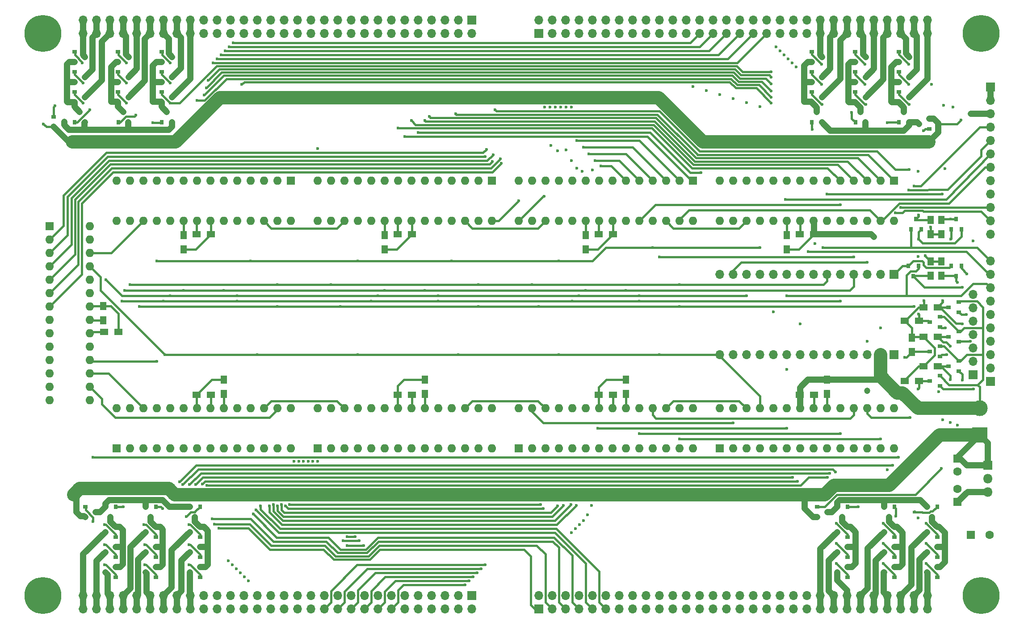
<source format=gtl>
G04 #@! TF.FileFunction,Copper,L1,Top,Signal*
%FSLAX46Y46*%
G04 Gerber Fmt 4.6, Leading zero omitted, Abs format (unit mm)*
G04 Created by KiCad (PCBNEW (2015-09-07 BZR 6168)-product) date Monday, March 05, 2018 'PMt' 11:48:28 PM*
%MOMM*%
G01*
G04 APERTURE LIST*
%ADD10C,0.100000*%
%ADD11R,1.500000X1.300000*%
%ADD12R,1.300000X1.500000*%
%ADD13R,1.700000X1.700000*%
%ADD14O,1.700000X1.700000*%
%ADD15R,3.000000X3.000000*%
%ADD16C,3.000000*%
%ADD17R,0.900000X0.800000*%
%ADD18R,0.800000X0.900000*%
%ADD19R,1.600000X1.600000*%
%ADD20O,1.600000X1.600000*%
%ADD21C,7.000000*%
%ADD22R,1.800000X1.800000*%
%ADD23O,1.800000X1.800000*%
%ADD24C,1.600000*%
%ADD25C,1.200000*%
%ADD26C,0.600000*%
%ADD27C,2.540000*%
%ADD28C,1.200000*%
%ADD29C,0.400000*%
%ADD30C,2.540000*%
G04 APERTURE END LIST*
D10*
D11*
X199310000Y-76200000D03*
X202010000Y-76200000D03*
X161210000Y-76200000D03*
X163910000Y-76200000D03*
X123110000Y-76200000D03*
X125810000Y-76200000D03*
X85010000Y-76200000D03*
X87710000Y-76200000D03*
D12*
X67310000Y-92536000D03*
X67310000Y-89836000D03*
D11*
X87710000Y-106680000D03*
X85010000Y-106680000D03*
X125810000Y-106680000D03*
X123110000Y-106680000D03*
X163910000Y-106680000D03*
X161210000Y-106680000D03*
X202010000Y-106680000D03*
X199310000Y-106680000D03*
D13*
X235458000Y-48260000D03*
D14*
X235458000Y-50800000D03*
X235458000Y-53340000D03*
X235458000Y-55880000D03*
X235458000Y-58420000D03*
X235458000Y-60960000D03*
X235458000Y-63500000D03*
X235458000Y-66040000D03*
X235458000Y-68580000D03*
X235458000Y-71120000D03*
X235458000Y-73660000D03*
X235458000Y-76200000D03*
D13*
X235458000Y-104140000D03*
D14*
X235458000Y-101600000D03*
X235458000Y-99060000D03*
X235458000Y-96520000D03*
X235458000Y-93980000D03*
X235458000Y-91440000D03*
X235458000Y-88900000D03*
X235458000Y-86360000D03*
X235458000Y-83820000D03*
X235458000Y-81280000D03*
D13*
X217170000Y-83820000D03*
D14*
X214630000Y-83820000D03*
X212090000Y-83820000D03*
X209550000Y-83820000D03*
X207010000Y-83820000D03*
X204470000Y-83820000D03*
X201930000Y-83820000D03*
X199390000Y-83820000D03*
X196850000Y-83820000D03*
X194310000Y-83820000D03*
X191770000Y-83820000D03*
X189230000Y-83820000D03*
X186690000Y-83820000D03*
X184150000Y-83820000D03*
D13*
X217170000Y-99060000D03*
D14*
X214630000Y-99060000D03*
X212090000Y-99060000D03*
X209550000Y-99060000D03*
X207010000Y-99060000D03*
X204470000Y-99060000D03*
X201930000Y-99060000D03*
X199390000Y-99060000D03*
X196850000Y-99060000D03*
X194310000Y-99060000D03*
X191770000Y-99060000D03*
X189230000Y-99060000D03*
X186690000Y-99060000D03*
X184150000Y-99060000D03*
D13*
X232156000Y-102870000D03*
D14*
X232156000Y-100330000D03*
X232156000Y-97790000D03*
X232156000Y-95250000D03*
X232156000Y-92710000D03*
X232156000Y-90170000D03*
X232156000Y-87630000D03*
D15*
X233426000Y-114300000D03*
D16*
X233426000Y-109220000D03*
D17*
X57928000Y-53914000D03*
X57928000Y-55814000D03*
X59928000Y-54864000D03*
D18*
X70170000Y-54975000D03*
X72070000Y-54975000D03*
X71120000Y-52975000D03*
D17*
X223885000Y-56195000D03*
X223885000Y-54295000D03*
X221885000Y-55245000D03*
D18*
X209870000Y-54975000D03*
X211770000Y-54975000D03*
X210820000Y-52975000D03*
D17*
X63897000Y-127955000D03*
X63897000Y-129855000D03*
X65897000Y-128905000D03*
D18*
X77277000Y-127905000D03*
X75377000Y-127905000D03*
X76327000Y-129905000D03*
D17*
X202581000Y-127955000D03*
X202581000Y-129855000D03*
X204581000Y-128905000D03*
D18*
X217231000Y-127905000D03*
X215331000Y-127905000D03*
X216281000Y-129905000D03*
X61915000Y-54975000D03*
X63815000Y-54975000D03*
X62865000Y-52975000D03*
X218125000Y-54975000D03*
X220025000Y-54975000D03*
X219075000Y-52975000D03*
X69657000Y-127905000D03*
X67757000Y-127905000D03*
X68707000Y-129905000D03*
X225359000Y-127905000D03*
X223459000Y-127905000D03*
X224409000Y-129905000D03*
X78425000Y-54975000D03*
X80325000Y-54975000D03*
X79375000Y-52975000D03*
X201615000Y-54975000D03*
X203515000Y-54975000D03*
X202565000Y-52975000D03*
X85659000Y-127905000D03*
X83759000Y-127905000D03*
X84709000Y-129905000D03*
X208341000Y-127905000D03*
X206441000Y-127905000D03*
X207391000Y-129905000D03*
D17*
X78375000Y-41595000D03*
X78375000Y-43495000D03*
X80375000Y-42545000D03*
X78375000Y-45405000D03*
X78375000Y-47305000D03*
X80375000Y-46355000D03*
X78375000Y-49215000D03*
X78375000Y-51115000D03*
X80375000Y-50165000D03*
X61865000Y-41595000D03*
X61865000Y-43495000D03*
X63865000Y-42545000D03*
X61865000Y-45405000D03*
X61865000Y-47305000D03*
X63865000Y-46355000D03*
X61865000Y-49215000D03*
X61865000Y-51115000D03*
X63865000Y-50165000D03*
X70120000Y-41595000D03*
X70120000Y-43495000D03*
X72120000Y-42545000D03*
X70120000Y-45405000D03*
X70120000Y-47305000D03*
X72120000Y-46355000D03*
X70120000Y-49215000D03*
X70120000Y-51115000D03*
X72120000Y-50165000D03*
X201565000Y-49215000D03*
X201565000Y-51115000D03*
X203565000Y-50165000D03*
X201565000Y-45405000D03*
X201565000Y-47305000D03*
X203565000Y-46355000D03*
X201565000Y-41595000D03*
X201565000Y-43495000D03*
X203565000Y-42545000D03*
X218075000Y-49215000D03*
X218075000Y-51115000D03*
X220075000Y-50165000D03*
X218075000Y-45405000D03*
X218075000Y-47305000D03*
X220075000Y-46355000D03*
X218075000Y-41595000D03*
X218075000Y-43495000D03*
X220075000Y-42545000D03*
X209820000Y-49215000D03*
X209820000Y-51115000D03*
X211820000Y-50165000D03*
X209820000Y-45405000D03*
X209820000Y-47305000D03*
X211820000Y-46355000D03*
X209820000Y-41595000D03*
X209820000Y-43495000D03*
X211820000Y-42545000D03*
X85709000Y-133665000D03*
X85709000Y-131765000D03*
X83709000Y-132715000D03*
X85709000Y-137475000D03*
X85709000Y-135575000D03*
X83709000Y-136525000D03*
X85709000Y-141285000D03*
X85709000Y-139385000D03*
X83709000Y-140335000D03*
X69707000Y-133665000D03*
X69707000Y-131765000D03*
X67707000Y-132715000D03*
X69707000Y-137475000D03*
X69707000Y-135575000D03*
X67707000Y-136525000D03*
X69707000Y-141285000D03*
X69707000Y-139385000D03*
X67707000Y-140335000D03*
X77327000Y-133665000D03*
X77327000Y-131765000D03*
X75327000Y-132715000D03*
X77327000Y-137475000D03*
X77327000Y-135575000D03*
X75327000Y-136525000D03*
X77327000Y-141285000D03*
X77327000Y-139385000D03*
X75327000Y-140335000D03*
X208391000Y-141285000D03*
X208391000Y-139385000D03*
X206391000Y-140335000D03*
X208391000Y-137475000D03*
X208391000Y-135575000D03*
X206391000Y-136525000D03*
X208391000Y-133665000D03*
X208391000Y-131765000D03*
X206391000Y-132715000D03*
X225409000Y-141285000D03*
X225409000Y-139385000D03*
X223409000Y-140335000D03*
X225409000Y-137475000D03*
X225409000Y-135575000D03*
X223409000Y-136525000D03*
X225409000Y-133665000D03*
X225409000Y-131765000D03*
X223409000Y-132715000D03*
X217281000Y-141285000D03*
X217281000Y-139385000D03*
X215281000Y-140335000D03*
X217281000Y-137475000D03*
X217281000Y-135575000D03*
X215281000Y-136525000D03*
X217281000Y-133665000D03*
X217281000Y-131765000D03*
X215281000Y-132715000D03*
D12*
X196850000Y-79074000D03*
X196850000Y-76374000D03*
X158750000Y-79074000D03*
X158750000Y-76374000D03*
X120650000Y-79074000D03*
X120650000Y-76374000D03*
X82550000Y-79074000D03*
X82550000Y-76374000D03*
D11*
X70184000Y-94742000D03*
X67484000Y-94742000D03*
D12*
X90170000Y-103806000D03*
X90170000Y-106506000D03*
X128270000Y-103806000D03*
X128270000Y-106506000D03*
X166370000Y-103806000D03*
X166370000Y-106506000D03*
X204470000Y-103806000D03*
X204470000Y-106506000D03*
D19*
X217170000Y-66040000D03*
D20*
X184150000Y-73660000D03*
X214630000Y-66040000D03*
X186690000Y-73660000D03*
X212090000Y-66040000D03*
X189230000Y-73660000D03*
X209550000Y-66040000D03*
X191770000Y-73660000D03*
X207010000Y-66040000D03*
X194310000Y-73660000D03*
X204470000Y-66040000D03*
X196850000Y-73660000D03*
X201930000Y-66040000D03*
X199390000Y-73660000D03*
X199390000Y-66040000D03*
X201930000Y-73660000D03*
X196850000Y-66040000D03*
X204470000Y-73660000D03*
X194310000Y-66040000D03*
X207010000Y-73660000D03*
X191770000Y-66040000D03*
X209550000Y-73660000D03*
X189230000Y-66040000D03*
X212090000Y-73660000D03*
X186690000Y-66040000D03*
X214630000Y-73660000D03*
X184150000Y-66040000D03*
X217170000Y-73660000D03*
D19*
X179070000Y-66040000D03*
D20*
X146050000Y-73660000D03*
X176530000Y-66040000D03*
X148590000Y-73660000D03*
X173990000Y-66040000D03*
X151130000Y-73660000D03*
X171450000Y-66040000D03*
X153670000Y-73660000D03*
X168910000Y-66040000D03*
X156210000Y-73660000D03*
X166370000Y-66040000D03*
X158750000Y-73660000D03*
X163830000Y-66040000D03*
X161290000Y-73660000D03*
X161290000Y-66040000D03*
X163830000Y-73660000D03*
X158750000Y-66040000D03*
X166370000Y-73660000D03*
X156210000Y-66040000D03*
X168910000Y-73660000D03*
X153670000Y-66040000D03*
X171450000Y-73660000D03*
X151130000Y-66040000D03*
X173990000Y-73660000D03*
X148590000Y-66040000D03*
X176530000Y-73660000D03*
X146050000Y-66040000D03*
X179070000Y-73660000D03*
D19*
X140970000Y-66040000D03*
D20*
X107950000Y-73660000D03*
X138430000Y-66040000D03*
X110490000Y-73660000D03*
X135890000Y-66040000D03*
X113030000Y-73660000D03*
X133350000Y-66040000D03*
X115570000Y-73660000D03*
X130810000Y-66040000D03*
X118110000Y-73660000D03*
X128270000Y-66040000D03*
X120650000Y-73660000D03*
X125730000Y-66040000D03*
X123190000Y-73660000D03*
X123190000Y-66040000D03*
X125730000Y-73660000D03*
X120650000Y-66040000D03*
X128270000Y-73660000D03*
X118110000Y-66040000D03*
X130810000Y-73660000D03*
X115570000Y-66040000D03*
X133350000Y-73660000D03*
X113030000Y-66040000D03*
X135890000Y-73660000D03*
X110490000Y-66040000D03*
X138430000Y-73660000D03*
X107950000Y-66040000D03*
X140970000Y-73660000D03*
D19*
X102870000Y-66040000D03*
D20*
X69850000Y-73660000D03*
X100330000Y-66040000D03*
X72390000Y-73660000D03*
X97790000Y-66040000D03*
X74930000Y-73660000D03*
X95250000Y-66040000D03*
X77470000Y-73660000D03*
X92710000Y-66040000D03*
X80010000Y-73660000D03*
X90170000Y-66040000D03*
X82550000Y-73660000D03*
X87630000Y-66040000D03*
X85090000Y-73660000D03*
X85090000Y-66040000D03*
X87630000Y-73660000D03*
X82550000Y-66040000D03*
X90170000Y-73660000D03*
X80010000Y-66040000D03*
X92710000Y-73660000D03*
X77470000Y-66040000D03*
X95250000Y-73660000D03*
X74930000Y-66040000D03*
X97790000Y-73660000D03*
X72390000Y-66040000D03*
X100330000Y-73660000D03*
X69850000Y-66040000D03*
X102870000Y-73660000D03*
D19*
X57150000Y-74676000D03*
D20*
X64770000Y-107696000D03*
X57150000Y-77216000D03*
X64770000Y-105156000D03*
X57150000Y-79756000D03*
X64770000Y-102616000D03*
X57150000Y-82296000D03*
X64770000Y-100076000D03*
X57150000Y-84836000D03*
X64770000Y-97536000D03*
X57150000Y-87376000D03*
X64770000Y-94996000D03*
X57150000Y-89916000D03*
X64770000Y-92456000D03*
X57150000Y-92456000D03*
X64770000Y-89916000D03*
X57150000Y-94996000D03*
X64770000Y-87376000D03*
X57150000Y-97536000D03*
X64770000Y-84836000D03*
X57150000Y-100076000D03*
X64770000Y-82296000D03*
X57150000Y-102616000D03*
X64770000Y-79756000D03*
X57150000Y-105156000D03*
X64770000Y-77216000D03*
X57150000Y-107696000D03*
X64770000Y-74676000D03*
D19*
X69850000Y-116840000D03*
D20*
X102870000Y-109220000D03*
X72390000Y-116840000D03*
X100330000Y-109220000D03*
X74930000Y-116840000D03*
X97790000Y-109220000D03*
X77470000Y-116840000D03*
X95250000Y-109220000D03*
X80010000Y-116840000D03*
X92710000Y-109220000D03*
X82550000Y-116840000D03*
X90170000Y-109220000D03*
X85090000Y-116840000D03*
X87630000Y-109220000D03*
X87630000Y-116840000D03*
X85090000Y-109220000D03*
X90170000Y-116840000D03*
X82550000Y-109220000D03*
X92710000Y-116840000D03*
X80010000Y-109220000D03*
X95250000Y-116840000D03*
X77470000Y-109220000D03*
X97790000Y-116840000D03*
X74930000Y-109220000D03*
X100330000Y-116840000D03*
X72390000Y-109220000D03*
X102870000Y-116840000D03*
X69850000Y-109220000D03*
D19*
X107950000Y-116840000D03*
D20*
X140970000Y-109220000D03*
X110490000Y-116840000D03*
X138430000Y-109220000D03*
X113030000Y-116840000D03*
X135890000Y-109220000D03*
X115570000Y-116840000D03*
X133350000Y-109220000D03*
X118110000Y-116840000D03*
X130810000Y-109220000D03*
X120650000Y-116840000D03*
X128270000Y-109220000D03*
X123190000Y-116840000D03*
X125730000Y-109220000D03*
X125730000Y-116840000D03*
X123190000Y-109220000D03*
X128270000Y-116840000D03*
X120650000Y-109220000D03*
X130810000Y-116840000D03*
X118110000Y-109220000D03*
X133350000Y-116840000D03*
X115570000Y-109220000D03*
X135890000Y-116840000D03*
X113030000Y-109220000D03*
X138430000Y-116840000D03*
X110490000Y-109220000D03*
X140970000Y-116840000D03*
X107950000Y-109220000D03*
D19*
X146050000Y-116840000D03*
D20*
X179070000Y-109220000D03*
X148590000Y-116840000D03*
X176530000Y-109220000D03*
X151130000Y-116840000D03*
X173990000Y-109220000D03*
X153670000Y-116840000D03*
X171450000Y-109220000D03*
X156210000Y-116840000D03*
X168910000Y-109220000D03*
X158750000Y-116840000D03*
X166370000Y-109220000D03*
X161290000Y-116840000D03*
X163830000Y-109220000D03*
X163830000Y-116840000D03*
X161290000Y-109220000D03*
X166370000Y-116840000D03*
X158750000Y-109220000D03*
X168910000Y-116840000D03*
X156210000Y-109220000D03*
X171450000Y-116840000D03*
X153670000Y-109220000D03*
X173990000Y-116840000D03*
X151130000Y-109220000D03*
X176530000Y-116840000D03*
X148590000Y-109220000D03*
X179070000Y-116840000D03*
X146050000Y-109220000D03*
D19*
X184150000Y-116840000D03*
D20*
X217170000Y-109220000D03*
X186690000Y-116840000D03*
X214630000Y-109220000D03*
X189230000Y-116840000D03*
X212090000Y-109220000D03*
X191770000Y-116840000D03*
X209550000Y-109220000D03*
X194310000Y-116840000D03*
X207010000Y-109220000D03*
X196850000Y-116840000D03*
X204470000Y-109220000D03*
X199390000Y-116840000D03*
X201930000Y-109220000D03*
X201930000Y-116840000D03*
X199390000Y-109220000D03*
X204470000Y-116840000D03*
X196850000Y-109220000D03*
X207010000Y-116840000D03*
X194310000Y-109220000D03*
X209550000Y-116840000D03*
X191770000Y-109220000D03*
X212090000Y-116840000D03*
X189230000Y-109220000D03*
X214630000Y-116840000D03*
X186690000Y-109220000D03*
X217170000Y-116840000D03*
X184150000Y-109220000D03*
D13*
X137160000Y-35560000D03*
D14*
X137160000Y-38100000D03*
X134620000Y-35560000D03*
X134620000Y-38100000D03*
X132080000Y-35560000D03*
X132080000Y-38100000D03*
X129540000Y-35560000D03*
X129540000Y-38100000D03*
X127000000Y-35560000D03*
X127000000Y-38100000D03*
X124460000Y-35560000D03*
X124460000Y-38100000D03*
X121920000Y-35560000D03*
X121920000Y-38100000D03*
X119380000Y-35560000D03*
X119380000Y-38100000D03*
X116840000Y-35560000D03*
X116840000Y-38100000D03*
X114300000Y-35560000D03*
X114300000Y-38100000D03*
X111760000Y-35560000D03*
X111760000Y-38100000D03*
X109220000Y-35560000D03*
X109220000Y-38100000D03*
X106680000Y-35560000D03*
X106680000Y-38100000D03*
X104140000Y-35560000D03*
X104140000Y-38100000D03*
X101600000Y-35560000D03*
X101600000Y-38100000D03*
X99060000Y-35560000D03*
X99060000Y-38100000D03*
X96520000Y-35560000D03*
X96520000Y-38100000D03*
X93980000Y-35560000D03*
X93980000Y-38100000D03*
X91440000Y-35560000D03*
X91440000Y-38100000D03*
X88900000Y-35560000D03*
X88900000Y-38100000D03*
X86360000Y-35560000D03*
X86360000Y-38100000D03*
X83820000Y-35560000D03*
X83820000Y-38100000D03*
X81280000Y-35560000D03*
X81280000Y-38100000D03*
X78740000Y-35560000D03*
X78740000Y-38100000D03*
X76200000Y-35560000D03*
X76200000Y-38100000D03*
X73660000Y-35560000D03*
X73660000Y-38100000D03*
X71120000Y-35560000D03*
X71120000Y-38100000D03*
X68580000Y-35560000D03*
X68580000Y-38100000D03*
X66040000Y-35560000D03*
X66040000Y-38100000D03*
X63500000Y-35560000D03*
X63500000Y-38100000D03*
D13*
X137160000Y-144780000D03*
D14*
X137160000Y-147320000D03*
X134620000Y-144780000D03*
X134620000Y-147320000D03*
X132080000Y-144780000D03*
X132080000Y-147320000D03*
X129540000Y-144780000D03*
X129540000Y-147320000D03*
X127000000Y-144780000D03*
X127000000Y-147320000D03*
X124460000Y-144780000D03*
X124460000Y-147320000D03*
X121920000Y-144780000D03*
X121920000Y-147320000D03*
X119380000Y-144780000D03*
X119380000Y-147320000D03*
X116840000Y-144780000D03*
X116840000Y-147320000D03*
X114300000Y-144780000D03*
X114300000Y-147320000D03*
X111760000Y-144780000D03*
X111760000Y-147320000D03*
X109220000Y-144780000D03*
X109220000Y-147320000D03*
X106680000Y-144780000D03*
X106680000Y-147320000D03*
X104140000Y-144780000D03*
X104140000Y-147320000D03*
X101600000Y-144780000D03*
X101600000Y-147320000D03*
X99060000Y-144780000D03*
X99060000Y-147320000D03*
X96520000Y-144780000D03*
X96520000Y-147320000D03*
X93980000Y-144780000D03*
X93980000Y-147320000D03*
X91440000Y-144780000D03*
X91440000Y-147320000D03*
X88900000Y-144780000D03*
X88900000Y-147320000D03*
X86360000Y-144780000D03*
X86360000Y-147320000D03*
X83820000Y-144780000D03*
X83820000Y-147320000D03*
X81280000Y-144780000D03*
X81280000Y-147320000D03*
X78740000Y-144780000D03*
X78740000Y-147320000D03*
X76200000Y-144780000D03*
X76200000Y-147320000D03*
X73660000Y-144780000D03*
X73660000Y-147320000D03*
X71120000Y-144780000D03*
X71120000Y-147320000D03*
X68580000Y-144780000D03*
X68580000Y-147320000D03*
X66040000Y-144780000D03*
X66040000Y-147320000D03*
X63500000Y-144780000D03*
X63500000Y-147320000D03*
D13*
X149860000Y-38100000D03*
D14*
X149860000Y-35560000D03*
X152400000Y-38100000D03*
X152400000Y-35560000D03*
X154940000Y-38100000D03*
X154940000Y-35560000D03*
X157480000Y-38100000D03*
X157480000Y-35560000D03*
X160020000Y-38100000D03*
X160020000Y-35560000D03*
X162560000Y-38100000D03*
X162560000Y-35560000D03*
X165100000Y-38100000D03*
X165100000Y-35560000D03*
X167640000Y-38100000D03*
X167640000Y-35560000D03*
X170180000Y-38100000D03*
X170180000Y-35560000D03*
X172720000Y-38100000D03*
X172720000Y-35560000D03*
X175260000Y-38100000D03*
X175260000Y-35560000D03*
X177800000Y-38100000D03*
X177800000Y-35560000D03*
X180340000Y-38100000D03*
X180340000Y-35560000D03*
X182880000Y-38100000D03*
X182880000Y-35560000D03*
X185420000Y-38100000D03*
X185420000Y-35560000D03*
X187960000Y-38100000D03*
X187960000Y-35560000D03*
X190500000Y-38100000D03*
X190500000Y-35560000D03*
X193040000Y-38100000D03*
X193040000Y-35560000D03*
X195580000Y-38100000D03*
X195580000Y-35560000D03*
X198120000Y-38100000D03*
X198120000Y-35560000D03*
X200660000Y-38100000D03*
X200660000Y-35560000D03*
X203200000Y-38100000D03*
X203200000Y-35560000D03*
X205740000Y-38100000D03*
X205740000Y-35560000D03*
X208280000Y-38100000D03*
X208280000Y-35560000D03*
X210820000Y-38100000D03*
X210820000Y-35560000D03*
X213360000Y-38100000D03*
X213360000Y-35560000D03*
X215900000Y-38100000D03*
X215900000Y-35560000D03*
X218440000Y-38100000D03*
X218440000Y-35560000D03*
X220980000Y-38100000D03*
X220980000Y-35560000D03*
X223520000Y-38100000D03*
X223520000Y-35560000D03*
D13*
X149860000Y-147320000D03*
D14*
X149860000Y-144780000D03*
X152400000Y-147320000D03*
X152400000Y-144780000D03*
X154940000Y-147320000D03*
X154940000Y-144780000D03*
X157480000Y-147320000D03*
X157480000Y-144780000D03*
X160020000Y-147320000D03*
X160020000Y-144780000D03*
X162560000Y-147320000D03*
X162560000Y-144780000D03*
X165100000Y-147320000D03*
X165100000Y-144780000D03*
X167640000Y-147320000D03*
X167640000Y-144780000D03*
X170180000Y-147320000D03*
X170180000Y-144780000D03*
X172720000Y-147320000D03*
X172720000Y-144780000D03*
X175260000Y-147320000D03*
X175260000Y-144780000D03*
X177800000Y-147320000D03*
X177800000Y-144780000D03*
X180340000Y-147320000D03*
X180340000Y-144780000D03*
X182880000Y-147320000D03*
X182880000Y-144780000D03*
X185420000Y-147320000D03*
X185420000Y-144780000D03*
X187960000Y-147320000D03*
X187960000Y-144780000D03*
X190500000Y-147320000D03*
X190500000Y-144780000D03*
X193040000Y-147320000D03*
X193040000Y-144780000D03*
X195580000Y-147320000D03*
X195580000Y-144780000D03*
X198120000Y-147320000D03*
X198120000Y-144780000D03*
X200660000Y-147320000D03*
X200660000Y-144780000D03*
X203200000Y-147320000D03*
X203200000Y-144780000D03*
X205740000Y-147320000D03*
X205740000Y-144780000D03*
X208280000Y-147320000D03*
X208280000Y-144780000D03*
X210820000Y-147320000D03*
X210820000Y-144780000D03*
X213360000Y-147320000D03*
X213360000Y-144780000D03*
X215900000Y-147320000D03*
X215900000Y-144780000D03*
X218440000Y-147320000D03*
X218440000Y-144780000D03*
X220980000Y-147320000D03*
X220980000Y-144780000D03*
X223520000Y-147320000D03*
X223520000Y-144780000D03*
D21*
X233680000Y-38100000D03*
X55880000Y-38100000D03*
X55880000Y-144780000D03*
X233680000Y-144780000D03*
D18*
X220411000Y-75295000D03*
X222311000Y-75295000D03*
X221361000Y-73295000D03*
D17*
X225917000Y-93787000D03*
X225917000Y-91887000D03*
X223917000Y-92837000D03*
D18*
X228031000Y-75295000D03*
X229931000Y-75295000D03*
X228981000Y-73295000D03*
D17*
X229473000Y-96581000D03*
X229473000Y-94681000D03*
X227473000Y-95631000D03*
D18*
X221803000Y-82185000D03*
X219903000Y-82185000D03*
X220853000Y-84185000D03*
D17*
X225917000Y-99375000D03*
X225917000Y-97475000D03*
X223917000Y-98425000D03*
D18*
X229931000Y-82185000D03*
X228031000Y-82185000D03*
X228981000Y-84185000D03*
D17*
X225917000Y-104963000D03*
X225917000Y-103063000D03*
X223917000Y-104013000D03*
X229473000Y-90993000D03*
X229473000Y-89093000D03*
X227473000Y-90043000D03*
X229473000Y-102169000D03*
X229473000Y-100269000D03*
X227473000Y-101219000D03*
D12*
X224155000Y-76153000D03*
X224155000Y-73453000D03*
D11*
X219249000Y-92583000D03*
X221949000Y-92583000D03*
D12*
X226187000Y-76153000D03*
X226187000Y-73453000D03*
D11*
X222805000Y-95631000D03*
X225505000Y-95631000D03*
D12*
X224155000Y-81327000D03*
X224155000Y-84027000D03*
X220599000Y-95805000D03*
X220599000Y-98505000D03*
X226187000Y-81327000D03*
X226187000Y-84027000D03*
D11*
X219249000Y-104013000D03*
X221949000Y-104013000D03*
X222805000Y-90043000D03*
X225505000Y-90043000D03*
X222805000Y-101219000D03*
X225505000Y-101219000D03*
D22*
X234950000Y-120015000D03*
D23*
X234950000Y-122555000D03*
X234950000Y-125095000D03*
D19*
X229235000Y-118745000D03*
D24*
X229235000Y-121245000D03*
D19*
X231775000Y-133223000D03*
D24*
X235275000Y-133223000D03*
D19*
X229235000Y-127000000D03*
D24*
X229235000Y-124500000D03*
D25*
X212090000Y-105918000D03*
X231775000Y-53340000D03*
X213360000Y-76708000D03*
D26*
X221869000Y-77089000D03*
X219964000Y-67818000D03*
X220218000Y-110998000D03*
X212090000Y-81534000D03*
X84836000Y-123698000D03*
X197993000Y-122301000D03*
X83566000Y-131318000D03*
X75057000Y-131318000D03*
X67564000Y-131318000D03*
X86868000Y-48387000D03*
X193929000Y-47625000D03*
X227838000Y-103759000D03*
X226568000Y-51689000D03*
X206248000Y-138684000D03*
X215138000Y-138684000D03*
X223266000Y-138684000D03*
X63373000Y-43688000D03*
X80010000Y-43688000D03*
X71755000Y-43688000D03*
X203581000Y-51562000D03*
X211836000Y-51562000D03*
X220091000Y-51562000D03*
X198882000Y-123063000D03*
X86106000Y-123571000D03*
X83566000Y-135128000D03*
X75184000Y-135128000D03*
X67564000Y-135128000D03*
X87249000Y-46990000D03*
X193929000Y-46355000D03*
X224282000Y-47752000D03*
X225679000Y-106045000D03*
X221742000Y-130048000D03*
X221742000Y-105537000D03*
X206248000Y-134874000D03*
X215138000Y-134874000D03*
X223266000Y-134874000D03*
X63500000Y-47498000D03*
X71755000Y-47498000D03*
X80010000Y-47498000D03*
X203454000Y-47752000D03*
X211709000Y-47752000D03*
X219964000Y-47752000D03*
X204597000Y-122301000D03*
X86995000Y-123825000D03*
X83566000Y-138938000D03*
X75184000Y-138938000D03*
X67564000Y-138938000D03*
X193929000Y-45339000D03*
X219202000Y-99568000D03*
X206248000Y-131064000D03*
X223266000Y-131064000D03*
X215138000Y-131064000D03*
X63500000Y-51308000D03*
X71755000Y-51308000D03*
X80010000Y-51308000D03*
X203454000Y-43942000D03*
X219964000Y-43942000D03*
X211709000Y-43942000D03*
X78613000Y-128270000D03*
X82423000Y-123698000D03*
X206121000Y-121285000D03*
X226441000Y-111379000D03*
X217551000Y-129667000D03*
X73533000Y-53594000D03*
X85090000Y-50800000D03*
X193929000Y-50165000D03*
X228346000Y-52070000D03*
X209169000Y-53086000D03*
X227838000Y-97409000D03*
X71120000Y-127889000D03*
X81788000Y-123190000D03*
X216916000Y-120015000D03*
X193929000Y-49022000D03*
X86487000Y-49784000D03*
X64770000Y-52578000D03*
X221742000Y-80391000D03*
X215900000Y-54991000D03*
X220980000Y-128905000D03*
X221869000Y-91313000D03*
X83693000Y-123698000D03*
X83058000Y-129794000D03*
X204978000Y-121539000D03*
X230124000Y-93218000D03*
X227838000Y-111887000D03*
X210439000Y-127889000D03*
X193929000Y-51308000D03*
X93599000Y-47752000D03*
X76708000Y-54991000D03*
X201676000Y-56261000D03*
X226822000Y-63754000D03*
X226441000Y-88773000D03*
X220091000Y-63881000D03*
X141605000Y-52578000D03*
X134112000Y-53340000D03*
X129159000Y-53848000D03*
X128270000Y-54610000D03*
X125730000Y-54610000D03*
X127000000Y-56896000D03*
X180594000Y-64516000D03*
X123190000Y-56007000D03*
X124460000Y-57658000D03*
X91059000Y-138176000D03*
X91821000Y-138938000D03*
X92583000Y-139700000D03*
X93345000Y-140462000D03*
X94107000Y-141224000D03*
X94869000Y-141986000D03*
X135890000Y-142748000D03*
X115824000Y-134366000D03*
X112776000Y-134366000D03*
X136652000Y-141986000D03*
X113538000Y-133604000D03*
X115062000Y-133604000D03*
X137414000Y-141224000D03*
X138176000Y-140462000D03*
X113538000Y-135255000D03*
X116713000Y-135255000D03*
X138938000Y-139700000D03*
X139700000Y-138938000D03*
X102616000Y-127508000D03*
X150241000Y-127508000D03*
X107950000Y-119253000D03*
X101854000Y-127762000D03*
X150749000Y-128270000D03*
X107061000Y-119253000D03*
X153416000Y-127762000D03*
X101092000Y-127508000D03*
X106172000Y-119253000D03*
X154559000Y-127635000D03*
X100330000Y-127762000D03*
X105283000Y-119253000D03*
X155956000Y-127508000D03*
X99568000Y-127508000D03*
X104394000Y-119253000D03*
X156972000Y-127635000D03*
X98806000Y-127762000D03*
X103505000Y-119253000D03*
X198628000Y-44450000D03*
X157099000Y-58420000D03*
X197866000Y-43688000D03*
X158369000Y-59690000D03*
X197104000Y-42926000D03*
X159385000Y-60960000D03*
X196342000Y-42164000D03*
X160528000Y-62230000D03*
X195580000Y-41402000D03*
X161671000Y-63246000D03*
X194818000Y-40640000D03*
X152146000Y-59309000D03*
X150876000Y-68961000D03*
X153416000Y-60325000D03*
X146050000Y-69850000D03*
X155067000Y-60198000D03*
X156083000Y-62230000D03*
X157099000Y-63627000D03*
X158115000Y-64262000D03*
X179070000Y-48133000D03*
X139954000Y-60071000D03*
X151003000Y-52070000D03*
X152019000Y-52070000D03*
X139700000Y-61468000D03*
X181610000Y-48895000D03*
X184150000Y-49657000D03*
X141224000Y-61087000D03*
X153035000Y-52070000D03*
X186690000Y-50419000D03*
X154051000Y-52070000D03*
X141097000Y-62357000D03*
X189230000Y-51181000D03*
X142621000Y-61849000D03*
X155067000Y-52070000D03*
X191770000Y-51943000D03*
X156083000Y-52070000D03*
X142748000Y-62738000D03*
X89281000Y-131953000D03*
X156083000Y-132842000D03*
X88392000Y-131191000D03*
X156845000Y-132080000D03*
X88011000Y-130175000D03*
X157607000Y-131318000D03*
X95758000Y-129286000D03*
X158369000Y-130556000D03*
X96266000Y-128524000D03*
X159131000Y-129413000D03*
X97155000Y-127762000D03*
X159893000Y-127635000D03*
X215900000Y-120904000D03*
X220980000Y-89916000D03*
X220980000Y-67056000D03*
X149860000Y-89916000D03*
X176530000Y-115062000D03*
X214630000Y-115062000D03*
X176530000Y-89916000D03*
X138430000Y-89916000D03*
X100330000Y-89916000D03*
X112268000Y-89916000D03*
X74168000Y-89916000D03*
X92710000Y-88900000D03*
X70866000Y-88900000D03*
X196596000Y-69596000D03*
X207010000Y-114046000D03*
X168910000Y-114046000D03*
X168910000Y-88900000D03*
X130810000Y-88900000D03*
X156210000Y-88900000D03*
X118110000Y-88900000D03*
X78740000Y-88900000D03*
X207010000Y-88900000D03*
X186690000Y-112014000D03*
X72390000Y-85725000D03*
X110490000Y-85725000D03*
X138430000Y-85725000D03*
X148590000Y-85725000D03*
X176530000Y-85725000D03*
X100330000Y-85725000D03*
X226314000Y-68580000D03*
X204470000Y-68580000D03*
X71374000Y-86868000D03*
X196850000Y-113030000D03*
X161036000Y-113030000D03*
X158750000Y-86868000D03*
X120650000Y-86868000D03*
X82550000Y-86868000D03*
X90170000Y-86868000D03*
X128270000Y-86868000D03*
X166370000Y-86868000D03*
X202184000Y-77978000D03*
X232156000Y-77470000D03*
X77470000Y-100330000D03*
X171450000Y-78740000D03*
X133350000Y-81280000D03*
X95250000Y-81280000D03*
X77470000Y-81280000D03*
X115570000Y-81280000D03*
X191770000Y-78740000D03*
X153670000Y-81280000D03*
X218440000Y-71120000D03*
X67818000Y-84836000D03*
X157480000Y-87884000D03*
X119380000Y-87884000D03*
X207010000Y-70612000D03*
X80010000Y-87884000D03*
X92710000Y-87884000D03*
X130810000Y-87884000D03*
X168910000Y-87884000D03*
X189230000Y-87884000D03*
X217424000Y-72136000D03*
X78994000Y-99060000D03*
X172720000Y-80518000D03*
X209550000Y-80518000D03*
X96520000Y-99060000D03*
X172720000Y-99060000D03*
X134620000Y-99060000D03*
X115570000Y-99060000D03*
X153670000Y-99060000D03*
X91948000Y-39878000D03*
X91186000Y-40640000D03*
X90424000Y-41402000D03*
X89662000Y-42164000D03*
X88900000Y-42926000D03*
X88138000Y-43688000D03*
X56007000Y-55245000D03*
X229870000Y-54483000D03*
D27*
X61722000Y-125603000D03*
X61722000Y-58674000D03*
X223774000Y-58674000D03*
D26*
X222885000Y-88773000D03*
X223139000Y-80264000D03*
X224155000Y-74803000D03*
X230124000Y-103886000D03*
X196850000Y-101854000D03*
X232283000Y-105537000D03*
X227203000Y-99060000D03*
X231648000Y-96520000D03*
X212090000Y-96520000D03*
X226949000Y-93980000D03*
X214630000Y-93980000D03*
X230886000Y-91440000D03*
X199390000Y-93218000D03*
X194310000Y-90932000D03*
X231013000Y-83693000D03*
X196850000Y-87884000D03*
X227965000Y-77089000D03*
X200914000Y-79502000D03*
X203708000Y-78740000D03*
X58166000Y-51816000D03*
X107950000Y-59944000D03*
X160020000Y-64008000D03*
X221742000Y-64262000D03*
X221869000Y-72517000D03*
X227965000Y-73279000D03*
X222758000Y-56515000D03*
X218059000Y-118491000D03*
X65405000Y-130683000D03*
X230124000Y-86233000D03*
X65405000Y-118491000D03*
X229235000Y-112395000D03*
X229235000Y-85344000D03*
X226187000Y-120650000D03*
D28*
X231775000Y-53340000D02*
X235458000Y-53340000D01*
X234950000Y-125095000D02*
X231140000Y-125095000D01*
X231140000Y-125095000D02*
X229235000Y-127000000D01*
D29*
X202010000Y-106680000D02*
X202010000Y-109140000D01*
X202010000Y-109140000D02*
X201930000Y-109220000D01*
X163910000Y-106680000D02*
X163910000Y-109140000D01*
X163910000Y-109140000D02*
X163830000Y-109220000D01*
X125810000Y-106680000D02*
X125810000Y-109140000D01*
X125810000Y-109140000D02*
X125730000Y-109220000D01*
X87710000Y-106680000D02*
X87710000Y-109140000D01*
X87710000Y-109140000D02*
X87630000Y-109220000D01*
X67310000Y-92536000D02*
X64850000Y-92536000D01*
X64850000Y-92536000D02*
X64770000Y-92456000D01*
X85010000Y-76200000D02*
X85010000Y-73740000D01*
X85010000Y-73740000D02*
X85090000Y-73660000D01*
X123110000Y-76200000D02*
X123110000Y-73740000D01*
X123110000Y-73740000D02*
X123190000Y-73660000D01*
X161210000Y-76200000D02*
X161210000Y-73740000D01*
X161210000Y-73740000D02*
X161290000Y-73660000D01*
X199390000Y-73660000D02*
X199390000Y-76120000D01*
X199390000Y-76120000D02*
X199310000Y-76200000D01*
D28*
X212852000Y-76200000D02*
X213360000Y-76708000D01*
X212852000Y-76200000D02*
X202010000Y-76200000D01*
X235458000Y-50800000D02*
X235458000Y-48260000D01*
X212043000Y-103806000D02*
X213948000Y-103806000D01*
X204470000Y-103806000D02*
X212043000Y-103806000D01*
X213948000Y-103806000D02*
X214630000Y-103124000D01*
D30*
X218821000Y-106299000D02*
X217805000Y-106299000D01*
X217805000Y-106299000D02*
X214630000Y-103124000D01*
X233426000Y-109220000D02*
X221742000Y-109220000D01*
X221742000Y-109220000D02*
X218821000Y-106299000D01*
X214630000Y-103124000D02*
X214630000Y-99060000D01*
D29*
X217170000Y-83820000D02*
X218805000Y-82185000D01*
X218805000Y-82185000D02*
X219903000Y-82185000D01*
D28*
X202010000Y-76200000D02*
X202010000Y-73740000D01*
X202010000Y-73740000D02*
X201930000Y-73660000D01*
X199390000Y-109220000D02*
X199390000Y-106760000D01*
X199390000Y-106760000D02*
X199390000Y-105283000D01*
X200867000Y-103806000D02*
X204470000Y-103806000D01*
X199390000Y-105283000D02*
X200867000Y-103806000D01*
D29*
X233045000Y-104775000D02*
X233426000Y-105156000D01*
X233426000Y-105156000D02*
X233426000Y-109220000D01*
X223393000Y-82550000D02*
X223266000Y-82550000D01*
X223266000Y-82550000D02*
X222758000Y-82042000D01*
X222758000Y-82042000D02*
X222758000Y-81534000D01*
X222758000Y-81534000D02*
X222504000Y-81280000D01*
X222504000Y-81280000D02*
X220808000Y-81280000D01*
X220808000Y-81280000D02*
X219903000Y-82185000D01*
X227666000Y-82550000D02*
X223393000Y-82550000D01*
X228031000Y-82185000D02*
X227666000Y-82550000D01*
X225917000Y-91887000D02*
X226679000Y-91887000D01*
X226679000Y-91887000D02*
X229473000Y-94681000D01*
X225917000Y-97475000D02*
X226679000Y-97475000D01*
X226679000Y-97475000D02*
X229473000Y-100269000D01*
X229473000Y-100269000D02*
X229804000Y-100269000D01*
X229804000Y-100269000D02*
X231013000Y-99060000D01*
X231013000Y-99060000D02*
X234061000Y-99060000D01*
X229473000Y-94681000D02*
X229804000Y-94681000D01*
X229804000Y-94681000D02*
X230505000Y-93980000D01*
X230505000Y-93980000D02*
X234061000Y-93980000D01*
X225917000Y-103063000D02*
X227629000Y-104775000D01*
X232918000Y-88900000D02*
X229666000Y-88900000D01*
X234061000Y-90043000D02*
X232918000Y-88900000D01*
X234061000Y-103759000D02*
X234061000Y-99060000D01*
X234061000Y-99060000D02*
X234061000Y-93980000D01*
X234061000Y-93980000D02*
X234061000Y-90043000D01*
X233045000Y-104775000D02*
X234061000Y-103759000D01*
X227629000Y-104775000D02*
X233045000Y-104775000D01*
X229666000Y-88900000D02*
X229473000Y-89093000D01*
X221869000Y-77089000D02*
X222631000Y-77851000D01*
X229931000Y-76647000D02*
X229931000Y-75295000D01*
X228727000Y-77851000D02*
X229931000Y-76647000D01*
X222631000Y-77851000D02*
X228727000Y-77851000D01*
X221869000Y-75737000D02*
X221869000Y-77089000D01*
X222311000Y-75295000D02*
X221869000Y-75737000D01*
X199310000Y-109140000D02*
X199390000Y-109220000D01*
X161210000Y-106680000D02*
X161210000Y-105236000D01*
X162640000Y-103806000D02*
X166370000Y-103806000D01*
X161210000Y-105236000D02*
X162640000Y-103806000D01*
X161210000Y-106680000D02*
X161210000Y-109140000D01*
X161210000Y-109140000D02*
X161290000Y-109220000D01*
X123110000Y-106680000D02*
X123110000Y-104982000D01*
X124286000Y-103806000D02*
X128270000Y-103806000D01*
X123110000Y-104982000D02*
X124286000Y-103806000D01*
X123110000Y-106680000D02*
X123110000Y-109554000D01*
X123110000Y-109554000D02*
X123190000Y-109474000D01*
X123190000Y-109474000D02*
X123190000Y-109220000D01*
X85010000Y-106680000D02*
X85010000Y-109140000D01*
X85010000Y-109140000D02*
X85090000Y-109220000D01*
X90170000Y-103806000D02*
X87884000Y-103806000D01*
X87884000Y-103806000D02*
X85010000Y-106680000D01*
X67310000Y-89836000D02*
X68754000Y-89836000D01*
X70184000Y-91266000D02*
X70184000Y-94742000D01*
X68754000Y-89836000D02*
X70184000Y-91266000D01*
X67310000Y-89836000D02*
X64850000Y-89836000D01*
X64850000Y-89836000D02*
X64770000Y-89916000D01*
X87710000Y-76200000D02*
X87710000Y-73740000D01*
X87710000Y-73740000D02*
X87630000Y-73660000D01*
X82550000Y-79074000D02*
X84836000Y-79074000D01*
X84836000Y-79074000D02*
X87710000Y-76200000D01*
X120650000Y-79074000D02*
X122936000Y-79074000D01*
X122936000Y-79074000D02*
X125810000Y-76200000D01*
X125810000Y-76200000D02*
X125810000Y-73740000D01*
X125810000Y-73740000D02*
X125730000Y-73660000D01*
X158750000Y-79074000D02*
X161036000Y-79074000D01*
X161036000Y-79074000D02*
X163910000Y-76200000D01*
X163910000Y-76200000D02*
X163910000Y-73740000D01*
X163910000Y-73740000D02*
X163830000Y-73660000D01*
X196850000Y-79074000D02*
X199136000Y-79074000D01*
X199136000Y-79074000D02*
X202010000Y-76200000D01*
X202010000Y-73740000D02*
X201930000Y-73660000D01*
X219964000Y-67818000D02*
X227330000Y-67691000D01*
X212090000Y-109220000D02*
X212090000Y-110236000D01*
X212852000Y-110998000D02*
X220218000Y-110998000D01*
X212090000Y-110236000D02*
X212852000Y-110998000D01*
X233680000Y-60198000D02*
X235458000Y-58420000D01*
X233680000Y-61341000D02*
X233680000Y-60198000D01*
X227330000Y-67691000D02*
X233680000Y-61341000D01*
X235458000Y-76200000D02*
X235077000Y-76581000D01*
X186690000Y-83820000D02*
X186690000Y-83058000D01*
X186690000Y-83058000D02*
X188214000Y-81534000D01*
X188214000Y-81534000D02*
X212090000Y-81534000D01*
X86233000Y-122301000D02*
X84836000Y-123698000D01*
X187452000Y-122301000D02*
X86233000Y-122301000D01*
X197993000Y-122301000D02*
X187452000Y-122301000D01*
X85709000Y-133207000D02*
X85709000Y-133665000D01*
X83566000Y-131318000D02*
X83820000Y-131318000D01*
X83820000Y-131318000D02*
X85709000Y-133207000D01*
X69707000Y-133665000D02*
X69707000Y-133207000D01*
X77327000Y-133207000D02*
X77327000Y-133665000D01*
X75438000Y-131318000D02*
X77327000Y-133207000D01*
X75057000Y-131318000D02*
X75438000Y-131318000D01*
X67818000Y-131318000D02*
X67564000Y-131318000D01*
X69707000Y-133207000D02*
X67818000Y-131318000D01*
X89766994Y-45488006D02*
X86868000Y-48387000D01*
X186817000Y-45488006D02*
X89766994Y-45488006D01*
X187937994Y-46609000D02*
X186817000Y-45488006D01*
X192913000Y-46609000D02*
X187937994Y-46609000D01*
X193929000Y-47625000D02*
X192913000Y-46609000D01*
X227838000Y-102997000D02*
X227838000Y-103759000D01*
X226060000Y-101219000D02*
X227838000Y-102997000D01*
X225505000Y-101219000D02*
X226060000Y-101219000D01*
X208391000Y-140827000D02*
X208391000Y-141285000D01*
X206248000Y-138684000D02*
X208391000Y-140827000D01*
X225409000Y-141285000D02*
X225409000Y-140827000D01*
X225409000Y-140827000D02*
X223266000Y-138684000D01*
X217281000Y-140827000D02*
X217281000Y-141285000D01*
X215138000Y-138684000D02*
X217281000Y-140827000D01*
X227473000Y-101219000D02*
X225505000Y-101219000D01*
X61976000Y-42164000D02*
X61976000Y-41706000D01*
X63373000Y-43561000D02*
X61976000Y-42164000D01*
X63373000Y-43688000D02*
X63373000Y-43561000D01*
X61976000Y-41706000D02*
X61865000Y-41595000D01*
X78375000Y-41595000D02*
X78486000Y-41706000D01*
X78486000Y-41706000D02*
X78486000Y-42164000D01*
X78486000Y-42164000D02*
X80010000Y-43688000D01*
X71755000Y-43688000D02*
X70866000Y-42799000D01*
X70866000Y-42799000D02*
X70231000Y-42164000D01*
X70231000Y-42164000D02*
X70231000Y-41706000D01*
X70231000Y-41706000D02*
X70120000Y-41595000D01*
X201565000Y-49673000D02*
X201565000Y-49215000D01*
X203454000Y-51562000D02*
X201565000Y-49673000D01*
X203581000Y-51562000D02*
X203454000Y-51562000D01*
X218075000Y-49215000D02*
X218075000Y-49673000D01*
X218075000Y-49673000D02*
X219964000Y-51562000D01*
X219964000Y-51562000D02*
X220091000Y-51562000D01*
X209820000Y-49673000D02*
X209820000Y-49215000D01*
X211709000Y-51562000D02*
X209820000Y-49673000D01*
X211836000Y-51562000D02*
X211709000Y-51562000D01*
X198882000Y-123063000D02*
X195707000Y-123063000D01*
X86614000Y-123063000D02*
X86106000Y-123571000D01*
X195707000Y-123063000D02*
X86614000Y-123063000D01*
X85709000Y-137017000D02*
X85709000Y-137475000D01*
X83566000Y-135128000D02*
X83820000Y-135128000D01*
X83820000Y-135128000D02*
X85709000Y-137017000D01*
X69707000Y-137475000D02*
X69707000Y-137017000D01*
X77327000Y-137017000D02*
X77327000Y-137475000D01*
X75438000Y-135128000D02*
X77327000Y-137017000D01*
X75184000Y-135128000D02*
X75438000Y-135128000D01*
X67818000Y-135128000D02*
X67564000Y-135128000D01*
X69707000Y-137017000D02*
X67818000Y-135128000D01*
X89350996Y-44888004D02*
X87249000Y-46990000D01*
X187071000Y-44888004D02*
X89350996Y-44888004D01*
X188156996Y-45974000D02*
X187071000Y-44888004D01*
X193548000Y-45974000D02*
X188156996Y-45974000D01*
X193929000Y-46355000D02*
X193548000Y-45974000D01*
X221949000Y-104013000D02*
X221949000Y-105330000D01*
X221949000Y-105330000D02*
X221742000Y-105537000D01*
X208391000Y-137017000D02*
X208391000Y-137475000D01*
X206248000Y-134874000D02*
X208391000Y-137017000D01*
X225409000Y-137475000D02*
X225409000Y-137017000D01*
X225409000Y-137017000D02*
X223266000Y-134874000D01*
X217281000Y-137017000D02*
X217281000Y-137475000D01*
X215138000Y-134874000D02*
X217281000Y-137017000D01*
X221949000Y-104013000D02*
X223917000Y-104013000D01*
X61865000Y-45863000D02*
X61865000Y-45405000D01*
X63500000Y-47498000D02*
X61865000Y-45863000D01*
X78375000Y-45405000D02*
X78375000Y-45863000D01*
X78375000Y-45863000D02*
X80010000Y-47498000D01*
X70104000Y-45847000D02*
X70104000Y-45421000D01*
X70612000Y-46355000D02*
X70104000Y-45847000D01*
X71755000Y-47498000D02*
X70612000Y-46355000D01*
X70104000Y-45421000D02*
X70120000Y-45405000D01*
X201565000Y-45863000D02*
X201565000Y-45405000D01*
X203454000Y-47752000D02*
X201565000Y-45863000D01*
X218075000Y-45405000D02*
X218075000Y-45863000D01*
X218075000Y-45863000D02*
X219964000Y-47752000D01*
X209820000Y-45863000D02*
X209820000Y-45405000D01*
X211709000Y-47752000D02*
X209820000Y-45863000D01*
X199263000Y-123825000D02*
X199517000Y-123825000D01*
X199263000Y-123825000D02*
X86995000Y-123825000D01*
X201041000Y-122301000D02*
X204597000Y-122301000D01*
X199517000Y-123825000D02*
X201041000Y-122301000D01*
X85709000Y-140827000D02*
X85709000Y-141285000D01*
X83566000Y-138938000D02*
X83820000Y-138938000D01*
X83820000Y-138938000D02*
X85709000Y-140827000D01*
X69707000Y-141285000D02*
X69707000Y-140827000D01*
X77327000Y-140827000D02*
X77327000Y-141285000D01*
X75438000Y-138938000D02*
X77327000Y-140827000D01*
X75184000Y-138938000D02*
X75438000Y-138938000D01*
X67818000Y-138938000D02*
X67564000Y-138938000D01*
X69707000Y-140827000D02*
X67818000Y-138938000D01*
X81788000Y-51308000D02*
X80010000Y-51308000D01*
X88807998Y-44288002D02*
X81788000Y-51308000D01*
X187417002Y-44288002D02*
X88807998Y-44288002D01*
X188468000Y-45339000D02*
X187417002Y-44288002D01*
X193929000Y-45339000D02*
X188468000Y-45339000D01*
X219536000Y-99568000D02*
X219202000Y-99568000D01*
X220599000Y-98505000D02*
X219536000Y-99568000D01*
X208391000Y-133207000D02*
X208391000Y-133665000D01*
X206248000Y-131064000D02*
X208391000Y-133207000D01*
X225409000Y-133665000D02*
X225409000Y-133207000D01*
X225409000Y-133207000D02*
X223266000Y-131064000D01*
X217281000Y-133207000D02*
X217281000Y-133665000D01*
X215138000Y-131064000D02*
X217281000Y-133207000D01*
X223917000Y-98425000D02*
X220679000Y-98425000D01*
X220679000Y-98425000D02*
X220599000Y-98505000D01*
X61865000Y-49673000D02*
X61865000Y-49215000D01*
X63500000Y-51308000D02*
X61865000Y-49673000D01*
X78375000Y-49215000D02*
X78375000Y-49673000D01*
X78375000Y-49673000D02*
X80010000Y-51308000D01*
X70120000Y-49673000D02*
X70120000Y-49215000D01*
X71755000Y-51308000D02*
X70120000Y-49673000D01*
X201565000Y-42053000D02*
X201565000Y-41595000D01*
X203454000Y-43942000D02*
X201565000Y-42053000D01*
X218075000Y-41595000D02*
X218075000Y-42053000D01*
X218075000Y-42053000D02*
X219964000Y-43942000D01*
X209820000Y-42053000D02*
X209820000Y-41595000D01*
X211709000Y-43942000D02*
X209820000Y-42053000D01*
X78248000Y-127905000D02*
X77277000Y-127905000D01*
X78613000Y-128270000D02*
X78248000Y-127905000D01*
X85344000Y-120777000D02*
X82423000Y-123698000D01*
X205613000Y-120777000D02*
X85344000Y-120777000D01*
X206121000Y-121285000D02*
X205613000Y-120777000D01*
X217551000Y-129667000D02*
X217551000Y-128225000D01*
X71628000Y-53848000D02*
X70501000Y-54975000D01*
X73279000Y-53848000D02*
X71628000Y-53848000D01*
X73533000Y-53594000D02*
X73279000Y-53848000D01*
X86538260Y-50800000D02*
X85090000Y-50800000D01*
X90650250Y-46688010D02*
X86538260Y-50800000D01*
X186314472Y-46688010D02*
X90650250Y-46688010D01*
X187470464Y-47844002D02*
X186314472Y-46688010D01*
X191608002Y-47844002D02*
X187470464Y-47844002D01*
X193929000Y-50165000D02*
X191608002Y-47844002D01*
X70501000Y-54975000D02*
X70170000Y-54975000D01*
X217551000Y-128225000D02*
X217231000Y-127905000D01*
X209169000Y-54274000D02*
X209870000Y-54975000D01*
X209169000Y-53086000D02*
X209169000Y-54274000D01*
X226521000Y-96647000D02*
X227076000Y-96647000D01*
X227076000Y-96647000D02*
X227838000Y-97409000D01*
X225505000Y-95631000D02*
X226521000Y-96647000D01*
X217551000Y-128225000D02*
X217231000Y-127905000D01*
X227473000Y-95631000D02*
X225505000Y-95631000D01*
X222377000Y-128905000D02*
X222504000Y-128905000D01*
X225359000Y-127905000D02*
X224486000Y-128778000D01*
X222377000Y-128905000D02*
X220980000Y-128905000D01*
X224155000Y-128778000D02*
X224486000Y-128778000D01*
X223901000Y-129032000D02*
X224155000Y-128778000D01*
X222631000Y-129032000D02*
X223901000Y-129032000D01*
X222504000Y-128905000D02*
X222631000Y-129032000D01*
X71104000Y-127905000D02*
X69657000Y-127905000D01*
X71120000Y-127889000D02*
X71104000Y-127905000D01*
X84963000Y-120015000D02*
X81788000Y-123190000D01*
X195453000Y-120015000D02*
X84963000Y-120015000D01*
X216916000Y-120015000D02*
X195453000Y-120015000D01*
X193929000Y-49022000D02*
X192151000Y-47244000D01*
X192151000Y-47244000D02*
X187718992Y-47244000D01*
X187718992Y-47244000D02*
X186563000Y-46088008D01*
X186563000Y-46088008D02*
X90182992Y-46088008D01*
X90182992Y-46088008D02*
X86487000Y-49784000D01*
X62373000Y-54975000D02*
X61915000Y-54975000D01*
X64770000Y-52578000D02*
X62373000Y-54975000D01*
X215916000Y-54975000D02*
X218125000Y-54975000D01*
X215900000Y-54991000D02*
X215916000Y-54975000D01*
X221949000Y-92583000D02*
X221949000Y-91393000D01*
X220980000Y-128905000D02*
X221107000Y-128778000D01*
X221949000Y-91393000D02*
X221869000Y-91313000D01*
X223917000Y-92837000D02*
X223663000Y-92583000D01*
X223663000Y-92583000D02*
X221949000Y-92583000D01*
X83058000Y-129794000D02*
X83947000Y-128905000D01*
X198628000Y-121539000D02*
X85852000Y-121539000D01*
X85852000Y-121539000D02*
X83693000Y-123698000D01*
X84786000Y-128778000D02*
X85659000Y-127905000D01*
X84659000Y-128905000D02*
X84786000Y-128778000D01*
X83947000Y-128905000D02*
X84659000Y-128905000D01*
X198628000Y-121539000D02*
X204978000Y-121539000D01*
X198628000Y-121539000D02*
X198628000Y-121539000D01*
X228981000Y-93091000D02*
X225933000Y-90043000D01*
X229997000Y-93091000D02*
X228981000Y-93091000D01*
X230124000Y-93218000D02*
X229997000Y-93091000D01*
X208341000Y-127905000D02*
X210423000Y-127905000D01*
X210439000Y-127889000D02*
X210423000Y-127905000D01*
X193929000Y-51308000D02*
X191065004Y-48444004D01*
X191065004Y-48444004D02*
X187210992Y-48444004D01*
X187210992Y-48444004D02*
X186055000Y-47288012D01*
X186055000Y-47288012D02*
X94062988Y-47288012D01*
X94062988Y-47288012D02*
X93599000Y-47752000D01*
X76708000Y-54991000D02*
X78409000Y-54991000D01*
X78409000Y-54991000D02*
X78425000Y-54975000D01*
X225505000Y-90043000D02*
X225933000Y-90043000D01*
X225505000Y-90043000D02*
X225505000Y-89963000D01*
X225505000Y-89963000D02*
X226441000Y-89027000D01*
X201615000Y-56200000D02*
X201615000Y-54975000D01*
X201676000Y-56261000D02*
X201615000Y-56200000D01*
X226441000Y-89027000D02*
X226441000Y-88773000D01*
X227473000Y-90043000D02*
X225505000Y-90043000D01*
X220091000Y-63881000D02*
X217424000Y-63881000D01*
X205740000Y-60452000D02*
X180340000Y-60452000D01*
X217424000Y-63881000D02*
X213995000Y-60452000D01*
X213995000Y-60452000D02*
X205740000Y-60452000D01*
X141859000Y-52832000D02*
X141605000Y-52578000D01*
X172720000Y-52832000D02*
X141859000Y-52832000D01*
X180340000Y-60452000D02*
X172720000Y-52832000D01*
X217170000Y-66040000D02*
X212251998Y-61121998D01*
X179811765Y-60980235D02*
X179811765Y-60939765D01*
X179953528Y-61121998D02*
X179811765Y-60980235D01*
X212251998Y-61121998D02*
X179953528Y-61121998D01*
X134239000Y-53467000D02*
X134112000Y-53340000D01*
X172339000Y-53467000D02*
X134239000Y-53467000D01*
X179832000Y-60960000D02*
X179811765Y-60939765D01*
X179811765Y-60939765D02*
X172339000Y-53467000D01*
X214630000Y-66040000D02*
X210312000Y-61722000D01*
X129286000Y-53975000D02*
X129159000Y-53848000D01*
X129286000Y-54102000D02*
X129286000Y-53975000D01*
X172085000Y-54102000D02*
X129286000Y-54102000D01*
X179705000Y-61722000D02*
X172085000Y-54102000D01*
X210312000Y-61722000D02*
X179705000Y-61722000D01*
X129286000Y-54737000D02*
X128397000Y-54737000D01*
X208407000Y-62357000D02*
X212090000Y-66040000D01*
X171831000Y-54737000D02*
X129286000Y-54737000D01*
X179451000Y-62357000D02*
X171831000Y-54737000D01*
X208407000Y-62357000D02*
X179451000Y-62357000D01*
X128397000Y-54737000D02*
X128270000Y-54610000D01*
X132080000Y-55406998D02*
X126526998Y-55406998D01*
X206502000Y-62992000D02*
X179197000Y-62992000D01*
X179197000Y-62992000D02*
X171611998Y-55406998D01*
X171611998Y-55406998D02*
X132080000Y-55406998D01*
X209550000Y-66040000D02*
X206502000Y-62992000D01*
X126526998Y-55406998D02*
X125730000Y-54610000D01*
X170942000Y-56896000D02*
X127000000Y-56896000D01*
X178562000Y-64516000D02*
X170942000Y-56896000D01*
X180594000Y-64516000D02*
X178562000Y-64516000D01*
X129413000Y-56007000D02*
X123190000Y-56007000D01*
X204597000Y-63627000D02*
X178943000Y-63627000D01*
X178943000Y-63627000D02*
X171323000Y-56007000D01*
X171323000Y-56007000D02*
X129413000Y-56007000D01*
X207010000Y-66040000D02*
X204597000Y-63627000D01*
X179070000Y-66040000D02*
X178816000Y-66040000D01*
X178816000Y-66040000D02*
X170434000Y-57658000D01*
X170434000Y-57658000D02*
X124460000Y-57658000D01*
D28*
X80375000Y-50165000D02*
X83820000Y-46720000D01*
X83820000Y-46720000D02*
X83820000Y-38100000D01*
X83820000Y-38100000D02*
X83820000Y-35560000D01*
X63865000Y-50165000D02*
X67056000Y-46974000D01*
X67056000Y-39624000D02*
X68580000Y-38100000D01*
X67056000Y-46974000D02*
X67056000Y-39624000D01*
X68580000Y-38100000D02*
X68580000Y-35560000D01*
X80375000Y-46355000D02*
X82042000Y-44688000D01*
X82042000Y-38862000D02*
X81280000Y-38100000D01*
X82042000Y-44688000D02*
X82042000Y-38862000D01*
X81280000Y-38100000D02*
X81280000Y-35560000D01*
X66040000Y-38100000D02*
X66040000Y-35560000D01*
X63865000Y-46355000D02*
X65278000Y-44942000D01*
X65278000Y-38862000D02*
X66040000Y-38100000D01*
X65278000Y-44942000D02*
X65278000Y-38862000D01*
X80375000Y-42545000D02*
X79756000Y-41926000D01*
X79756000Y-39116000D02*
X78740000Y-38100000D01*
X79756000Y-41926000D02*
X79756000Y-39116000D01*
X78740000Y-38100000D02*
X78740000Y-35560000D01*
X63500000Y-38100000D02*
X63500000Y-35560000D01*
X63865000Y-42545000D02*
X63500000Y-42180000D01*
X63500000Y-42180000D02*
X63500000Y-38100000D01*
X72120000Y-50165000D02*
X75184000Y-47101000D01*
X75184000Y-39116000D02*
X76200000Y-38100000D01*
X75184000Y-47101000D02*
X75184000Y-39116000D01*
X76200000Y-38100000D02*
X76200000Y-35560000D01*
X72120000Y-46355000D02*
X73660000Y-44815000D01*
X73660000Y-44815000D02*
X73660000Y-38100000D01*
X73660000Y-38100000D02*
X73660000Y-35560000D01*
X72120000Y-42545000D02*
X71628000Y-42053000D01*
X71628000Y-42053000D02*
X71628000Y-38608000D01*
X71628000Y-38608000D02*
X71120000Y-38100000D01*
X71120000Y-38100000D02*
X71120000Y-35560000D01*
D29*
X135890000Y-142748000D02*
X124206000Y-142748000D01*
X123190000Y-146050000D02*
X121920000Y-147320000D01*
X123190000Y-143764000D02*
X123190000Y-146050000D01*
X124206000Y-142748000D02*
X123190000Y-143764000D01*
X115824000Y-134366000D02*
X112776000Y-134366000D01*
X136652000Y-141986000D02*
X122682000Y-141986000D01*
X120650000Y-146050000D02*
X119380000Y-147320000D01*
X120650000Y-144018000D02*
X120650000Y-146050000D01*
X122682000Y-141986000D02*
X120650000Y-144018000D01*
X115062000Y-133604000D02*
X113538000Y-133604000D01*
X137414000Y-141224000D02*
X120777000Y-141224000D01*
X118110000Y-146050000D02*
X116840000Y-147320000D01*
X118110000Y-143891000D02*
X118110000Y-146050000D01*
X120777000Y-141224000D02*
X118110000Y-143891000D01*
X138176000Y-140462000D02*
X118872000Y-140462000D01*
X115570000Y-146050000D02*
X114300000Y-147320000D01*
X115570000Y-143764000D02*
X115570000Y-146050000D01*
X118872000Y-140462000D02*
X115570000Y-143764000D01*
X113538000Y-135255000D02*
X116713000Y-135255000D01*
X138938000Y-139700000D02*
X117348000Y-139700000D01*
X113030000Y-146050000D02*
X111760000Y-147320000D01*
X113030000Y-144018000D02*
X113030000Y-146050000D01*
X117348000Y-139700000D02*
X113030000Y-144018000D01*
X139700000Y-138938000D02*
X115443000Y-138938000D01*
X110490000Y-146050000D02*
X109220000Y-147320000D01*
X110490000Y-143891000D02*
X110490000Y-146050000D01*
X115443000Y-138938000D02*
X110490000Y-143891000D01*
X108839000Y-127508000D02*
X150241000Y-127508000D01*
X108839000Y-127508000D02*
X102616000Y-127508000D01*
X102362000Y-128270000D02*
X101854000Y-127762000D01*
X104394000Y-128270000D02*
X150749000Y-128270000D01*
X104394000Y-128270000D02*
X102362000Y-128270000D01*
X101600000Y-129032000D02*
X101092000Y-128524000D01*
X101092000Y-128524000D02*
X101092000Y-127508000D01*
X152146000Y-129032000D02*
X153416000Y-127762000D01*
X152146000Y-129032000D02*
X101600000Y-129032000D01*
X101473000Y-129794000D02*
X100330000Y-128651000D01*
X100330000Y-128651000D02*
X100330000Y-127762000D01*
X152400000Y-129794000D02*
X154559000Y-127635000D01*
X105156000Y-129794000D02*
X152400000Y-129794000D01*
X105156000Y-129794000D02*
X101473000Y-129794000D01*
X101346000Y-130556000D02*
X99568000Y-128778000D01*
X99568000Y-128778000D02*
X99568000Y-127508000D01*
X152908000Y-130556000D02*
X155956000Y-127508000D01*
X102362000Y-130556000D02*
X152908000Y-130556000D01*
X102362000Y-130556000D02*
X101346000Y-130556000D01*
X101219000Y-131318000D02*
X98806000Y-128905000D01*
X98806000Y-128905000D02*
X98806000Y-127762000D01*
X153289000Y-131318000D02*
X156972000Y-127635000D01*
X153289000Y-131318000D02*
X101219000Y-131318000D01*
D28*
X83820000Y-144780000D02*
X83820000Y-147320000D01*
X83709000Y-140335000D02*
X83709000Y-144669000D01*
X83709000Y-144669000D02*
X83820000Y-144780000D01*
X68580000Y-144780000D02*
X68580000Y-147320000D01*
X67707000Y-140335000D02*
X68199000Y-140827000D01*
X68199000Y-140827000D02*
X68199000Y-144399000D01*
X68199000Y-144399000D02*
X68580000Y-144780000D01*
X83709000Y-136525000D02*
X82169000Y-138065000D01*
X82169000Y-143891000D02*
X81280000Y-144780000D01*
X82169000Y-138065000D02*
X82169000Y-143891000D01*
X81280000Y-144780000D02*
X81280000Y-147320000D01*
X66040000Y-144780000D02*
X66040000Y-147320000D01*
X66040000Y-144780000D02*
X66040000Y-138192000D01*
X66040000Y-138192000D02*
X67707000Y-136525000D01*
X80780000Y-135644000D02*
X80264000Y-136160000D01*
X80264000Y-143256000D02*
X78740000Y-144780000D01*
X80264000Y-136160000D02*
X80264000Y-143256000D01*
X83709000Y-132715000D02*
X80780000Y-135644000D01*
X80780000Y-135644000D02*
X80768998Y-135655002D01*
X78740000Y-144780000D02*
X78740000Y-147320000D01*
X63500000Y-144780000D02*
X63500000Y-147320000D01*
X67707000Y-132715000D02*
X63500000Y-136922000D01*
X63500000Y-136922000D02*
X63500000Y-144780000D01*
X76200000Y-144780000D02*
X76200000Y-147320000D01*
X75327000Y-140335000D02*
X75565000Y-140573000D01*
X75565000Y-140573000D02*
X75565000Y-144145000D01*
X75565000Y-144145000D02*
X76200000Y-144780000D01*
X75327000Y-136525000D02*
X73914000Y-137938000D01*
X73914000Y-137938000D02*
X73914000Y-144526000D01*
X73914000Y-144526000D02*
X73660000Y-144780000D01*
X73660000Y-144780000D02*
X73660000Y-147320000D01*
X75327000Y-132715000D02*
X72513998Y-135528002D01*
X72513998Y-143386002D02*
X71120000Y-144780000D01*
X72513998Y-135528002D02*
X72513998Y-143386002D01*
X71120000Y-144780000D02*
X71120000Y-147320000D01*
D29*
X168910000Y-58420000D02*
X157099000Y-58420000D01*
X176530000Y-66040000D02*
X168910000Y-58420000D01*
X173990000Y-66040000D02*
X167640000Y-59690000D01*
X158369000Y-59690000D02*
X158369000Y-59690000D01*
X167640000Y-59690000D02*
X158369000Y-59690000D01*
X171450000Y-66040000D02*
X166370000Y-60960000D01*
X166370000Y-60960000D02*
X159385000Y-60960000D01*
X168910000Y-66040000D02*
X165100000Y-62230000D01*
X160528000Y-62230000D02*
X165100000Y-62230000D01*
X168910000Y-66040000D02*
X168910000Y-65405000D01*
X166370000Y-66040000D02*
X163576000Y-63246000D01*
X163576000Y-63246000D02*
X161671000Y-63246000D01*
X150749000Y-68961000D02*
X146050000Y-73660000D01*
X150876000Y-68961000D02*
X150749000Y-68961000D01*
X142240000Y-73660000D02*
X140970000Y-73660000D01*
X146050000Y-69850000D02*
X142240000Y-73660000D01*
X57150000Y-77216000D02*
X59817000Y-74549000D01*
X139319000Y-60706000D02*
X139954000Y-60071000D01*
X67945000Y-60706000D02*
X139319000Y-60706000D01*
X59817000Y-68834000D02*
X67945000Y-60706000D01*
X59817000Y-74549000D02*
X59817000Y-68834000D01*
X57150000Y-77216000D02*
X57150000Y-77089000D01*
X60579000Y-76327000D02*
X60579000Y-69088000D01*
X60579000Y-69088000D02*
X68199000Y-61468000D01*
X68199000Y-61468000D02*
X139700000Y-61468000D01*
X60579000Y-76327000D02*
X57150000Y-79756000D01*
X57150000Y-82296000D02*
X61341000Y-78105000D01*
X140081000Y-62230000D02*
X141224000Y-61087000D01*
X68453000Y-62230000D02*
X140081000Y-62230000D01*
X61341000Y-69342000D02*
X68453000Y-62230000D01*
X61341000Y-78105000D02*
X61341000Y-69342000D01*
X140589000Y-62865000D02*
X141097000Y-62357000D01*
X61976000Y-80010000D02*
X57150000Y-84836000D01*
X68707000Y-62865000D02*
X140462000Y-62865000D01*
X61976000Y-69596000D02*
X68707000Y-62865000D01*
X61976000Y-80010000D02*
X61976000Y-69596000D01*
X140462000Y-62865000D02*
X140589000Y-62865000D01*
X62611000Y-81915000D02*
X57150000Y-87376000D01*
X140843000Y-63627000D02*
X142621000Y-61849000D01*
X68961000Y-63627000D02*
X140843000Y-63627000D01*
X62611000Y-69977000D02*
X68961000Y-63627000D01*
X62611000Y-81915000D02*
X62611000Y-69977000D01*
X57150000Y-89916000D02*
X63246000Y-83820000D01*
X141097000Y-64389000D02*
X142748000Y-62738000D01*
X69215000Y-64389000D02*
X141097000Y-64389000D01*
X63246000Y-70358000D02*
X69215000Y-64389000D01*
X63246000Y-83820000D02*
X63246000Y-70358000D01*
D28*
X203565000Y-42545000D02*
X203200000Y-42180000D01*
X203200000Y-42180000D02*
X203200000Y-38100000D01*
X203200000Y-38100000D02*
X203200000Y-35560000D01*
X220075000Y-42545000D02*
X219456000Y-41926000D01*
X219456000Y-39116000D02*
X218948000Y-38608000D01*
X219456000Y-41926000D02*
X219456000Y-39116000D01*
X218948000Y-38608000D02*
X218440000Y-38100000D01*
X218440000Y-38100000D02*
X218440000Y-35560000D01*
X218948000Y-38608000D02*
X218440000Y-38100000D01*
X203565000Y-46355000D02*
X205105000Y-44815000D01*
X205105000Y-38735000D02*
X205740000Y-38100000D01*
X205105000Y-44815000D02*
X205105000Y-38735000D01*
X205613000Y-38227000D02*
X205740000Y-38100000D01*
X205740000Y-38100000D02*
X205740000Y-35560000D01*
X220075000Y-46355000D02*
X221488000Y-44942000D01*
X221488000Y-44942000D02*
X221488000Y-38608000D01*
X221488000Y-38608000D02*
X220980000Y-38100000D01*
X220980000Y-38100000D02*
X220980000Y-35560000D01*
X203565000Y-50165000D02*
X207010000Y-46720000D01*
X207010000Y-39370000D02*
X208280000Y-38100000D01*
X207010000Y-46720000D02*
X207010000Y-39370000D01*
X208280000Y-38100000D02*
X208280000Y-35560000D01*
X220075000Y-50165000D02*
X223520000Y-46720000D01*
X223520000Y-46720000D02*
X223520000Y-38100000D01*
X223520000Y-38100000D02*
X223520000Y-35560000D01*
X210820000Y-38100000D02*
X210820000Y-35560000D01*
X211820000Y-42545000D02*
X211328000Y-42053000D01*
X211328000Y-42053000D02*
X211328000Y-38608000D01*
X211328000Y-38608000D02*
X210820000Y-38100000D01*
X213360000Y-38100000D02*
X213360000Y-35560000D01*
X211820000Y-46355000D02*
X213360000Y-44815000D01*
X213360000Y-44815000D02*
X213360000Y-38100000D01*
X215900000Y-38100000D02*
X215900000Y-35560000D01*
X211820000Y-50165000D02*
X215138000Y-46847000D01*
X215138000Y-38862000D02*
X215900000Y-38100000D01*
X215138000Y-46847000D02*
X215138000Y-38862000D01*
D29*
X149860000Y-147320000D02*
X149098000Y-147320000D01*
X149098000Y-147320000D02*
X148336000Y-146558000D01*
X148336000Y-146558000D02*
X148336000Y-137287000D01*
X148336000Y-137287000D02*
X147066000Y-136017000D01*
X147066000Y-136017000D02*
X119761000Y-136017000D01*
X119761000Y-136017000D02*
X117856000Y-137922000D01*
X117856000Y-137922000D02*
X110998000Y-137922000D01*
X110998000Y-137922000D02*
X109093000Y-136017000D01*
X109093000Y-136017000D02*
X98933000Y-136017000D01*
X98933000Y-136017000D02*
X94869000Y-131953000D01*
X94869000Y-131953000D02*
X89281000Y-131953000D01*
X151130000Y-146050000D02*
X151130000Y-136906000D01*
X151130000Y-136906000D02*
X149479000Y-135255000D01*
X149479000Y-135255000D02*
X119634000Y-135255000D01*
X119634000Y-135255000D02*
X117602000Y-137287000D01*
X117602000Y-137287000D02*
X111379000Y-137287000D01*
X111379000Y-137287000D02*
X109347000Y-135255000D01*
X109347000Y-135255000D02*
X99187000Y-135255000D01*
X99187000Y-135255000D02*
X95123000Y-131191000D01*
X95123000Y-131191000D02*
X88392000Y-131191000D01*
X152400000Y-147320000D02*
X151130000Y-146050000D01*
X154940000Y-147320000D02*
X153670000Y-146050000D01*
X95250000Y-130175000D02*
X88011000Y-130175000D01*
X99568000Y-134493000D02*
X95250000Y-130175000D01*
X109601000Y-134493000D02*
X99568000Y-134493000D01*
X111760000Y-136652000D02*
X109601000Y-134493000D01*
X117307530Y-136652000D02*
X111760000Y-136652000D01*
X119466530Y-134493000D02*
X117307530Y-136652000D01*
X152527000Y-134493000D02*
X119466530Y-134493000D01*
X153670000Y-135636000D02*
X152527000Y-134493000D01*
X153670000Y-146050000D02*
X153670000Y-135636000D01*
X157480000Y-147320000D02*
X156210000Y-146050000D01*
X100203000Y-133731000D02*
X95758000Y-129286000D01*
X109982000Y-133731000D02*
X100203000Y-133731000D01*
X112268000Y-136017000D02*
X109982000Y-133731000D01*
X117094000Y-136017000D02*
X112268000Y-136017000D01*
X119380000Y-133731000D02*
X117094000Y-136017000D01*
X152781000Y-133731000D02*
X119380000Y-133731000D01*
X156210000Y-137160000D02*
X152781000Y-133731000D01*
X156210000Y-146050000D02*
X156210000Y-137160000D01*
X160020000Y-147320000D02*
X158750000Y-146050000D01*
X100584000Y-132842000D02*
X96266000Y-128524000D01*
X152908000Y-132842000D02*
X100584000Y-132842000D01*
X158750000Y-138684000D02*
X152908000Y-132842000D01*
X158750000Y-146050000D02*
X158750000Y-138684000D01*
X162560000Y-147320000D02*
X161290000Y-146050000D01*
X97155000Y-128397000D02*
X97155000Y-127762000D01*
X100838000Y-132080000D02*
X97155000Y-128397000D01*
X153162000Y-132080000D02*
X100838000Y-132080000D01*
X161290000Y-140208000D02*
X153162000Y-132080000D01*
X161290000Y-146050000D02*
X161290000Y-140208000D01*
D28*
X203200000Y-144780000D02*
X203200000Y-147320000D01*
X206391000Y-132715000D02*
X203200000Y-135906000D01*
X203200000Y-135906000D02*
X203200000Y-144780000D01*
X218440000Y-144780000D02*
X220472000Y-142748000D01*
X220472000Y-135652000D02*
X223409000Y-132715000D01*
X220472000Y-142748000D02*
X220472000Y-135652000D01*
X218440000Y-144780000D02*
X218440000Y-147320000D01*
X205740000Y-144780000D02*
X205740000Y-147320000D01*
X206391000Y-136525000D02*
X204851000Y-138065000D01*
X204851000Y-143891000D02*
X205740000Y-144780000D01*
X204851000Y-138065000D02*
X204851000Y-143891000D01*
X223409000Y-136525000D02*
X221996000Y-137938000D01*
X221996000Y-143764000D02*
X220980000Y-144780000D01*
X221996000Y-137938000D02*
X221996000Y-143764000D01*
X220980000Y-144780000D02*
X220980000Y-147320000D01*
X208280000Y-144780000D02*
X208280000Y-147320000D01*
X206391000Y-140335000D02*
X206391000Y-141875000D01*
X208280000Y-143764000D02*
X208280000Y-144780000D01*
X206391000Y-141875000D02*
X208280000Y-143764000D01*
X223520000Y-144780000D02*
X223520000Y-147320000D01*
X223409000Y-140335000D02*
X223520000Y-140446000D01*
X223520000Y-140446000D02*
X223520000Y-144780000D01*
X215281000Y-132715000D02*
X212217000Y-135779000D01*
X212217000Y-143383000D02*
X210820000Y-144780000D01*
X212217000Y-135779000D02*
X212217000Y-143383000D01*
X210820000Y-144780000D02*
X210820000Y-147320000D01*
X215281000Y-136525000D02*
X213741000Y-138065000D01*
X213741000Y-138065000D02*
X213741000Y-144399000D01*
X213741000Y-144399000D02*
X213360000Y-144780000D01*
X213360000Y-144780000D02*
X213360000Y-147320000D01*
X215900000Y-144780000D02*
X215900000Y-147320000D01*
X215281000Y-140335000D02*
X215265000Y-140351000D01*
X215265000Y-140351000D02*
X215265000Y-144145000D01*
X215265000Y-144145000D02*
X215900000Y-144780000D01*
X63754000Y-56388000D02*
X60833000Y-56388000D01*
X59928000Y-55483000D02*
X59928000Y-54864000D01*
X60833000Y-56388000D02*
X59928000Y-55483000D01*
X72070000Y-54975000D02*
X72070000Y-56388000D01*
X63815000Y-54975000D02*
X63754000Y-55036000D01*
X63754000Y-55036000D02*
X63754000Y-56388000D01*
X63754000Y-56388000D02*
X72070000Y-56388000D01*
X72070000Y-56388000D02*
X79756000Y-56388000D01*
X79756000Y-56388000D02*
X80325000Y-55819000D01*
X80325000Y-55819000D02*
X80325000Y-54975000D01*
X71120000Y-52975000D02*
X70120000Y-51975000D01*
X70120000Y-51975000D02*
X70120000Y-51115000D01*
X68834000Y-44450000D02*
X69789000Y-43495000D01*
X68834000Y-47305000D02*
X68834000Y-44450000D01*
X68834000Y-51054000D02*
X68834000Y-47305000D01*
X70059000Y-51054000D02*
X68834000Y-51054000D01*
X70120000Y-47305000D02*
X68834000Y-47305000D01*
X70120000Y-47305000D02*
X68834000Y-47305000D01*
X70120000Y-51115000D02*
X70059000Y-51054000D01*
X70059000Y-51054000D02*
X68834000Y-51054000D01*
X68834000Y-51054000D02*
X68834000Y-47305000D01*
X68834000Y-47305000D02*
X68834000Y-44450000D01*
X68834000Y-44450000D02*
X69789000Y-43495000D01*
X69789000Y-43495000D02*
X70120000Y-43495000D01*
X203515000Y-54975000D02*
X205055000Y-56515000D01*
X205690000Y-56515000D02*
X212090000Y-56515000D01*
X205055000Y-56515000D02*
X205690000Y-56515000D01*
X211770000Y-54975000D02*
X211770000Y-56515000D01*
X211770000Y-56515000D02*
X212090000Y-56515000D01*
X220025000Y-54975000D02*
X220025000Y-55565000D01*
X219075000Y-56515000D02*
X212090000Y-56515000D01*
X220025000Y-55565000D02*
X219075000Y-56515000D01*
X220025000Y-54975000D02*
X221615000Y-54975000D01*
X221615000Y-54975000D02*
X221885000Y-55245000D01*
X209820000Y-47305000D02*
X208534000Y-47305000D01*
X208534000Y-47305000D02*
X208534000Y-47244000D01*
X209820000Y-51115000D02*
X208595000Y-51115000D01*
X208981000Y-43495000D02*
X209820000Y-43495000D01*
X208534000Y-43942000D02*
X208981000Y-43495000D01*
X208534000Y-51054000D02*
X208534000Y-47244000D01*
X208534000Y-47244000D02*
X208534000Y-43942000D01*
X208595000Y-51115000D02*
X208534000Y-51054000D01*
X210820000Y-52975000D02*
X210820000Y-52115000D01*
X210820000Y-52115000D02*
X209820000Y-51115000D01*
X75377000Y-127905000D02*
X75377000Y-126619000D01*
X83759000Y-127905000D02*
X83743000Y-127889000D01*
X83743000Y-127889000D02*
X79883000Y-127889000D01*
X79883000Y-127889000D02*
X78613000Y-126619000D01*
X78613000Y-126619000D02*
X75377000Y-126619000D01*
X75377000Y-126619000D02*
X68453000Y-126619000D01*
X67757000Y-127315000D02*
X68453000Y-126619000D01*
X67757000Y-127905000D02*
X67757000Y-127315000D01*
X65897000Y-128905000D02*
X66757000Y-128905000D01*
X66757000Y-128905000D02*
X67757000Y-127905000D01*
X215331000Y-127905000D02*
X215331000Y-126619000D01*
X214045000Y-126619000D02*
X215331000Y-126619000D01*
X215331000Y-126619000D02*
X222173000Y-126619000D01*
X206441000Y-127061000D02*
X206883000Y-126619000D01*
X206883000Y-126619000D02*
X214045000Y-126619000D01*
X206441000Y-127905000D02*
X206441000Y-127061000D01*
X222173000Y-126619000D02*
X223459000Y-127905000D01*
X204581000Y-128905000D02*
X205441000Y-128905000D01*
X205441000Y-128905000D02*
X206441000Y-127905000D01*
X217281000Y-135575000D02*
X218821000Y-135575000D01*
X217281000Y-131765000D02*
X217744000Y-131765000D01*
X218247000Y-139385000D02*
X217281000Y-139385000D01*
X218821000Y-138811000D02*
X218247000Y-139385000D01*
X218821000Y-132842000D02*
X218821000Y-135575000D01*
X218821000Y-135575000D02*
X218821000Y-138811000D01*
X217744000Y-131765000D02*
X218821000Y-132842000D01*
X216281000Y-129905000D02*
X216281000Y-130765000D01*
X216281000Y-130765000D02*
X217281000Y-131765000D01*
X62865000Y-52975000D02*
X61865000Y-51975000D01*
X61865000Y-51975000D02*
X61865000Y-51115000D01*
X61865000Y-47305000D02*
X60452000Y-47305000D01*
X60452000Y-47305000D02*
X60452000Y-47498000D01*
X61865000Y-51115000D02*
X60513000Y-51115000D01*
X60899000Y-43495000D02*
X61865000Y-43495000D01*
X60452000Y-43942000D02*
X60899000Y-43495000D01*
X60452000Y-51054000D02*
X60452000Y-47498000D01*
X60452000Y-47498000D02*
X60452000Y-43942000D01*
X60513000Y-51115000D02*
X60452000Y-51054000D01*
X219075000Y-52975000D02*
X219075000Y-52115000D01*
X219075000Y-52115000D02*
X218075000Y-51115000D01*
X218075000Y-47305000D02*
X216662000Y-47305000D01*
X216662000Y-47305000D02*
X216662000Y-47371000D01*
X217617000Y-43495000D02*
X218075000Y-43495000D01*
X216662000Y-44450000D02*
X217617000Y-43495000D01*
X216662000Y-51054000D02*
X216662000Y-47371000D01*
X216662000Y-47371000D02*
X216662000Y-44450000D01*
X216723000Y-51115000D02*
X216662000Y-51054000D01*
X218075000Y-51115000D02*
X216723000Y-51115000D01*
X69707000Y-135575000D02*
X71056500Y-135575000D01*
X69707000Y-131765000D02*
X69709500Y-131762500D01*
X69709500Y-131762500D02*
X70485000Y-131762500D01*
X70546000Y-139385000D02*
X69707000Y-139385000D01*
X71056500Y-138874500D02*
X70546000Y-139385000D01*
X71056500Y-132334000D02*
X71056500Y-135575000D01*
X71056500Y-135575000D02*
X71056500Y-138874500D01*
X70485000Y-131762500D02*
X71056500Y-132334000D01*
X68707000Y-129905000D02*
X68707000Y-130765000D01*
X68707000Y-130765000D02*
X69707000Y-131765000D01*
X225409000Y-135575000D02*
X226822000Y-135575000D01*
X225409000Y-131765000D02*
X225745000Y-131765000D01*
X225745000Y-131765000D02*
X226822000Y-132842000D01*
X225867000Y-139385000D02*
X225409000Y-139385000D01*
X226822000Y-138430000D02*
X225867000Y-139385000D01*
X226822000Y-132842000D02*
X226822000Y-135575000D01*
X226822000Y-135575000D02*
X226822000Y-138430000D01*
X224409000Y-129905000D02*
X224409000Y-130765000D01*
X224409000Y-130765000D02*
X225409000Y-131765000D01*
X79375000Y-52975000D02*
X78375000Y-51975000D01*
X78375000Y-51975000D02*
X78375000Y-51115000D01*
X78375000Y-47305000D02*
X76708000Y-47305000D01*
X78375000Y-51115000D02*
X78314000Y-51054000D01*
X78314000Y-51054000D02*
X76708000Y-51054000D01*
X76708000Y-51054000D02*
X76708000Y-47305000D01*
X76708000Y-47305000D02*
X76708000Y-44196000D01*
X76708000Y-44196000D02*
X77409000Y-43495000D01*
X77409000Y-43495000D02*
X78375000Y-43495000D01*
X201565000Y-47305000D02*
X200152000Y-47305000D01*
X201565000Y-51115000D02*
X201504000Y-51054000D01*
X201504000Y-51054000D02*
X200152000Y-51054000D01*
X200853000Y-43495000D02*
X201565000Y-43495000D01*
X200152000Y-44196000D02*
X200853000Y-43495000D01*
X200152000Y-51054000D02*
X200152000Y-47305000D01*
X200152000Y-47305000D02*
X200152000Y-44196000D01*
X202565000Y-52975000D02*
X202565000Y-52115000D01*
X202565000Y-52115000D02*
X201565000Y-51115000D01*
X85709000Y-135575000D02*
X87122000Y-135575000D01*
X85709000Y-131765000D02*
X86426000Y-131765000D01*
X86675000Y-139385000D02*
X85709000Y-139385000D01*
X87122000Y-138938000D02*
X86675000Y-139385000D01*
X87122000Y-132461000D02*
X87122000Y-135575000D01*
X87122000Y-135575000D02*
X87122000Y-138938000D01*
X86426000Y-131765000D02*
X87122000Y-132461000D01*
X84709000Y-129905000D02*
X84709000Y-130765000D01*
X84709000Y-130765000D02*
X85709000Y-131765000D01*
X208391000Y-135575000D02*
X209931000Y-135575000D01*
X208391000Y-131765000D02*
X208981000Y-131765000D01*
X209230000Y-139385000D02*
X208391000Y-139385000D01*
X209931000Y-138684000D02*
X209230000Y-139385000D01*
X209931000Y-132715000D02*
X209931000Y-135575000D01*
X209931000Y-135575000D02*
X209931000Y-138684000D01*
X208981000Y-131765000D02*
X209931000Y-132715000D01*
X207391000Y-129905000D02*
X207391000Y-130765000D01*
X207391000Y-130765000D02*
X208391000Y-131765000D01*
X77327000Y-135575000D02*
X78613000Y-135575000D01*
X77327000Y-131765000D02*
X78171000Y-131765000D01*
X78166000Y-139385000D02*
X77327000Y-139385000D01*
X78613000Y-138938000D02*
X78166000Y-139385000D01*
X78613000Y-132207000D02*
X78613000Y-135575000D01*
X78613000Y-135575000D02*
X78613000Y-138938000D01*
X78171000Y-131765000D02*
X78613000Y-132207000D01*
X76327000Y-129905000D02*
X76327000Y-130765000D01*
X76327000Y-130765000D02*
X77327000Y-131765000D01*
D29*
X196850000Y-76374000D02*
X196850000Y-73660000D01*
X158750000Y-76374000D02*
X158750000Y-73660000D01*
X120650000Y-76374000D02*
X120650000Y-73660000D01*
X82550000Y-76374000D02*
X82550000Y-73660000D01*
X67484000Y-94742000D02*
X65024000Y-94742000D01*
X65024000Y-94742000D02*
X64770000Y-94996000D01*
X90170000Y-106506000D02*
X90170000Y-109220000D01*
X128270000Y-106506000D02*
X128270000Y-109220000D01*
X166370000Y-106506000D02*
X166370000Y-109220000D01*
X204470000Y-106506000D02*
X204470000Y-109220000D01*
X187833000Y-75057000D02*
X189230000Y-73660000D01*
X175387000Y-75057000D02*
X187833000Y-75057000D01*
X173990000Y-73660000D02*
X175387000Y-75057000D01*
X135890000Y-73660000D02*
X137287000Y-75057000D01*
X149733000Y-75057000D02*
X151130000Y-73660000D01*
X137287000Y-75057000D02*
X149733000Y-75057000D01*
X74930000Y-73660000D02*
X68834000Y-79756000D01*
X68834000Y-79756000D02*
X64770000Y-79756000D01*
X64770000Y-102616000D02*
X68326000Y-102616000D01*
X68326000Y-102616000D02*
X74930000Y-109220000D01*
X97790000Y-109220000D02*
X99187000Y-107823000D01*
X111633000Y-107823000D02*
X113030000Y-109220000D01*
X99187000Y-107823000D02*
X111633000Y-107823000D01*
X135890000Y-109220000D02*
X137287000Y-107823000D01*
X149733000Y-107823000D02*
X151130000Y-109220000D01*
X137287000Y-107823000D02*
X149733000Y-107823000D01*
X173990000Y-109220000D02*
X175387000Y-107823000D01*
X187833000Y-107823000D02*
X189230000Y-109220000D01*
X175387000Y-107823000D02*
X187833000Y-107823000D01*
X232664000Y-90170000D02*
X232156000Y-90170000D01*
X220980000Y-67056000D02*
X222250000Y-67056000D01*
X235458000Y-55880000D02*
X233426000Y-55880000D01*
X229870000Y-59436000D02*
X233426000Y-55880000D01*
X222250000Y-67056000D02*
X229870000Y-59436000D01*
X214630000Y-115062000D02*
X176530000Y-115062000D01*
X220980000Y-89916000D02*
X204978000Y-89916000D01*
X220980000Y-89916000D02*
X220980000Y-89916000D01*
X204978000Y-89916000D02*
X176530000Y-89916000D01*
X100330000Y-109220000D02*
X100330000Y-109474000D01*
X100330000Y-109474000D02*
X98806000Y-110998000D01*
X67056000Y-107442000D02*
X64770000Y-105156000D01*
X67056000Y-108458000D02*
X67056000Y-107442000D01*
X69596000Y-110998000D02*
X67056000Y-108458000D01*
X98806000Y-110998000D02*
X69596000Y-110998000D01*
X176530000Y-89916000D02*
X149860000Y-89916000D01*
X149860000Y-89916000D02*
X138430000Y-89916000D01*
X138430000Y-89916000D02*
X112268000Y-89916000D01*
X112268000Y-89916000D02*
X100330000Y-89916000D01*
X100330000Y-89916000D02*
X74168000Y-89916000D01*
X196596000Y-69596000D02*
X227076000Y-69596000D01*
X227076000Y-69596000D02*
X235458000Y-60960000D01*
X78740000Y-88900000D02*
X70866000Y-88900000D01*
X196596000Y-69596000D02*
X196850000Y-69596000D01*
X168910000Y-114046000D02*
X207010000Y-114046000D01*
X207010000Y-88900000D02*
X168910000Y-88900000D01*
X168910000Y-88900000D02*
X156210000Y-88900000D01*
X156210000Y-88900000D02*
X130810000Y-88900000D01*
X130810000Y-88900000D02*
X118110000Y-88900000D01*
X118110000Y-88900000D02*
X92710000Y-88900000D01*
X92710000Y-88900000D02*
X78740000Y-88900000D01*
X218186000Y-70358000D02*
X227584000Y-70358000D01*
X227584000Y-70358000D02*
X234442000Y-63500000D01*
X234442000Y-63500000D02*
X235458000Y-63500000D01*
X218186000Y-70358000D02*
X217932000Y-70612000D01*
X214630000Y-73660000D02*
X214884000Y-73660000D01*
X214884000Y-73660000D02*
X217932000Y-70612000D01*
X217932000Y-70612000D02*
X218186000Y-70358000D01*
X176530000Y-73660000D02*
X176530000Y-73406000D01*
X176530000Y-73406000D02*
X178308000Y-71628000D01*
X212598000Y-71628000D02*
X214630000Y-73660000D01*
X178308000Y-71628000D02*
X212598000Y-71628000D01*
X148590000Y-109220000D02*
X148590000Y-109855000D01*
X148590000Y-109855000D02*
X150749000Y-112014000D01*
X150749000Y-112014000D02*
X186690000Y-112014000D01*
X100330000Y-85725000D02*
X72390000Y-85725000D01*
X154305000Y-85725000D02*
X148590000Y-85725000D01*
X148590000Y-85725000D02*
X138430000Y-85725000D01*
X138430000Y-85725000D02*
X110490000Y-85725000D01*
X110490000Y-85725000D02*
X100330000Y-85725000D01*
X204470000Y-85090000D02*
X203835000Y-85725000D01*
X203835000Y-85725000D02*
X176530000Y-85725000D01*
X176530000Y-85725000D02*
X154305000Y-85725000D01*
X204470000Y-83820000D02*
X204470000Y-85090000D01*
X226314000Y-68580000D02*
X204470000Y-68580000D01*
X72136000Y-86868000D02*
X71374000Y-86868000D01*
X82550000Y-86868000D02*
X72136000Y-86868000D01*
X161036000Y-113030000D02*
X196850000Y-113030000D01*
X199644000Y-86868000D02*
X166370000Y-86868000D01*
X166370000Y-86868000D02*
X158750000Y-86868000D01*
X158750000Y-86868000D02*
X128270000Y-86868000D01*
X128270000Y-86868000D02*
X120650000Y-86868000D01*
X120650000Y-86868000D02*
X90170000Y-86868000D01*
X90170000Y-86868000D02*
X82550000Y-86868000D01*
X209550000Y-86106000D02*
X208788000Y-86868000D01*
X208788000Y-86868000D02*
X199644000Y-86868000D01*
X209550000Y-83820000D02*
X209550000Y-86106000D01*
X65024000Y-100330000D02*
X77470000Y-100330000D01*
X65024000Y-100330000D02*
X64770000Y-100076000D01*
X209550000Y-109220000D02*
X209550000Y-110490000D01*
X171450000Y-110490000D02*
X171450000Y-109220000D01*
X172085000Y-111125000D02*
X171450000Y-110490000D01*
X208915000Y-111125000D02*
X172085000Y-111125000D01*
X209550000Y-110490000D02*
X208915000Y-111125000D01*
X115570000Y-81280000D02*
X95250000Y-81280000D01*
X95250000Y-81280000D02*
X77470000Y-81280000D01*
X153670000Y-81280000D02*
X133350000Y-81280000D01*
X133350000Y-81280000D02*
X115570000Y-81280000D01*
X160020000Y-81280000D02*
X153670000Y-81280000D01*
X162560000Y-78740000D02*
X160020000Y-81280000D01*
X162560000Y-78740000D02*
X171450000Y-78740000D01*
X171450000Y-78740000D02*
X191770000Y-78740000D01*
X218440000Y-71120000D02*
X235458000Y-71120000D01*
X80010000Y-87884000D02*
X70866000Y-87884000D01*
X70866000Y-87884000D02*
X67818000Y-84836000D01*
X168910000Y-73660000D02*
X171704000Y-70866000D01*
X171958000Y-70612000D02*
X207010000Y-70612000D01*
X171704000Y-70866000D02*
X171958000Y-70612000D01*
X139700000Y-87884000D02*
X130810000Y-87884000D01*
X130810000Y-87884000D02*
X119380000Y-87884000D01*
X119380000Y-87884000D02*
X92710000Y-87884000D01*
X92710000Y-87884000D02*
X80010000Y-87884000D01*
X189230000Y-87884000D02*
X168910000Y-87884000D01*
X168910000Y-87884000D02*
X157480000Y-87884000D01*
X157480000Y-87884000D02*
X139700000Y-87884000D01*
X217424000Y-72136000D02*
X218786002Y-72136000D01*
X233934000Y-72136000D02*
X235458000Y-73660000D01*
X233680000Y-71882000D02*
X233934000Y-72136000D01*
X222758000Y-71882000D02*
X233680000Y-71882000D01*
X222596002Y-71720002D02*
X222758000Y-71882000D01*
X219202000Y-71720002D02*
X222596002Y-71720002D01*
X218786002Y-72136000D02*
X219202000Y-71720002D01*
X71628000Y-91694000D02*
X66802000Y-86868000D01*
X78994000Y-99060000D02*
X71628000Y-91694000D01*
X66802000Y-84328000D02*
X64770000Y-82296000D01*
X66802000Y-86868000D02*
X66802000Y-84328000D01*
X184150000Y-99060000D02*
X184150000Y-99314000D01*
X184150000Y-99314000D02*
X191770000Y-106934000D01*
X191770000Y-106934000D02*
X191770000Y-109220000D01*
X209550000Y-80518000D02*
X172720000Y-80518000D01*
X115570000Y-99060000D02*
X96520000Y-99060000D01*
X96520000Y-99060000D02*
X78994000Y-99060000D01*
X153670000Y-99060000D02*
X134620000Y-99060000D01*
X134620000Y-99060000D02*
X115570000Y-99060000D01*
X184150000Y-99060000D02*
X173990000Y-99060000D01*
X173990000Y-99060000D02*
X172720000Y-99060000D01*
X172720000Y-99060000D02*
X153670000Y-99060000D01*
X178562000Y-39878000D02*
X91948000Y-39878000D01*
X180340000Y-38100000D02*
X178562000Y-39878000D01*
X182880000Y-38100000D02*
X180340000Y-40640000D01*
X180340000Y-40640000D02*
X91186000Y-40640000D01*
X182118000Y-41402000D02*
X90424000Y-41402000D01*
X182118000Y-41402000D02*
X185420000Y-38100000D01*
X187960000Y-38100000D02*
X183896000Y-42164000D01*
X183896000Y-42164000D02*
X89662000Y-42164000D01*
X190500000Y-38100000D02*
X185674000Y-42926000D01*
X185674000Y-42926000D02*
X88900000Y-42926000D01*
X193040000Y-38100000D02*
X187452000Y-43688000D01*
X187452000Y-43688000D02*
X88138000Y-43688000D01*
X97790000Y-73660000D02*
X99187000Y-75057000D01*
X111633000Y-75057000D02*
X113030000Y-73660000D01*
X99187000Y-75057000D02*
X111633000Y-75057000D01*
X57928000Y-55814000D02*
X56576000Y-55814000D01*
X56576000Y-55814000D02*
X56007000Y-55245000D01*
X225679000Y-55245000D02*
X229108000Y-55245000D01*
X229108000Y-55245000D02*
X229870000Y-54483000D01*
X225552000Y-55245000D02*
X225679000Y-55245000D01*
X225679000Y-55245000D02*
X225806000Y-55245000D01*
D30*
X81026000Y-125603000D02*
X80899000Y-125603000D01*
X80987998Y-125603000D02*
X81026000Y-125603000D01*
X200533000Y-125603000D02*
X80987998Y-125603000D01*
X62865000Y-124460000D02*
X61722000Y-125603000D01*
X79756000Y-124460000D02*
X62865000Y-124460000D01*
X80899000Y-125603000D02*
X79756000Y-124460000D01*
X208661000Y-123825000D02*
X205791260Y-123825000D01*
X204013260Y-125603000D02*
X200533000Y-125603000D01*
X200533000Y-125603000D02*
X200279000Y-125603000D01*
X205791260Y-123825000D02*
X204013260Y-125603000D01*
X220726000Y-119380000D02*
X216281000Y-123825000D01*
X233426000Y-114300000D02*
X225806000Y-114300000D01*
X225806000Y-114300000D02*
X220726000Y-119380000D01*
X216281000Y-123825000D02*
X208661000Y-123825000D01*
X208661000Y-123825000D02*
X208530996Y-123825000D01*
D28*
X62230000Y-128905000D02*
X62230000Y-126111000D01*
X62230000Y-126111000D02*
X61722000Y-125603000D01*
X63709000Y-129667000D02*
X62992000Y-129667000D01*
X62992000Y-129667000D02*
X62230000Y-128905000D01*
D30*
X173303740Y-51054000D02*
X172541740Y-50292000D01*
X181102000Y-58674000D02*
X180923740Y-58674000D01*
X223774000Y-58674000D02*
X181102000Y-58674000D01*
X180923740Y-58674000D02*
X173303740Y-51054000D01*
X89408000Y-50292000D02*
X89154000Y-50546000D01*
X172541740Y-50292000D02*
X89408000Y-50292000D01*
D28*
X63897000Y-129855000D02*
X63709000Y-129667000D01*
X202581000Y-129855000D02*
X201864000Y-129855000D01*
X201864000Y-129855000D02*
X200279000Y-128270000D01*
X200279000Y-128270000D02*
X200279000Y-125603000D01*
D29*
X222805000Y-90043000D02*
X222885000Y-89963000D01*
X222885000Y-89963000D02*
X222885000Y-88773000D01*
X224155000Y-81327000D02*
X223139000Y-80311000D01*
X223139000Y-80311000D02*
X223139000Y-80264000D01*
X219249000Y-104013000D02*
X219249000Y-103839000D01*
X219249000Y-103839000D02*
X221869000Y-101219000D01*
X221869000Y-101219000D02*
X222805000Y-101219000D01*
X222805000Y-101219000D02*
X224917000Y-99107000D01*
X224917000Y-99107000D02*
X224917000Y-97743000D01*
X224917000Y-97743000D02*
X222805000Y-95631000D01*
X219249000Y-92583000D02*
X219329000Y-92583000D01*
X219329000Y-92583000D02*
X221869000Y-90043000D01*
X221869000Y-90043000D02*
X222805000Y-90043000D01*
X220599000Y-95805000D02*
X220599000Y-93933000D01*
X220599000Y-93933000D02*
X219249000Y-92583000D01*
X222805000Y-95631000D02*
X220773000Y-95631000D01*
X220773000Y-95631000D02*
X220599000Y-95805000D01*
D28*
X234950000Y-120015000D02*
X232537000Y-120015000D01*
X231013000Y-120015000D02*
X229743000Y-118745000D01*
X232537000Y-120015000D02*
X231013000Y-120015000D01*
X229743000Y-118745000D02*
X229235000Y-118745000D01*
D29*
X224155000Y-81327000D02*
X226187000Y-81327000D01*
X226187000Y-76153000D02*
X224155000Y-76153000D01*
X224155000Y-76153000D02*
X224155000Y-74803000D01*
D30*
X61722000Y-58674000D02*
X81026000Y-58674000D01*
X89154000Y-50546000D02*
X81026000Y-58674000D01*
D28*
X57928000Y-55814000D02*
X60788000Y-58674000D01*
D30*
X61722000Y-58674000D02*
X61468000Y-58674000D01*
D28*
X60788000Y-58674000D02*
X61468000Y-58674000D01*
X223774000Y-58674000D02*
X225552000Y-56896000D01*
X225552000Y-56896000D02*
X225552000Y-55245000D01*
X225552000Y-55245000D02*
X225552000Y-55118000D01*
X225552000Y-55118000D02*
X224729000Y-54295000D01*
X224729000Y-54295000D02*
X223885000Y-54295000D01*
X229235000Y-118745000D02*
X229235000Y-118491000D01*
X229235000Y-118491000D02*
X233426000Y-114300000D01*
X233426000Y-114300000D02*
X234950000Y-115824000D01*
X234950000Y-115824000D02*
X234950000Y-120015000D01*
D29*
X229473000Y-102169000D02*
X230124000Y-102820000D01*
X230124000Y-102820000D02*
X230124000Y-103886000D01*
X232283000Y-105537000D02*
X226491000Y-105537000D01*
X225917000Y-104963000D02*
X226491000Y-105537000D01*
X227203000Y-99060000D02*
X226232000Y-99060000D01*
X226232000Y-99060000D02*
X225917000Y-99375000D01*
X235458000Y-99060000D02*
X235204000Y-99060000D01*
X231648000Y-96520000D02*
X229534000Y-96520000D01*
X229534000Y-96520000D02*
X229473000Y-96581000D01*
X226949000Y-93980000D02*
X226110000Y-93980000D01*
X226110000Y-93980000D02*
X225917000Y-93787000D01*
X229920000Y-91440000D02*
X229473000Y-90993000D01*
X230886000Y-91440000D02*
X229920000Y-91440000D01*
X231013000Y-83693000D02*
X229931000Y-82611000D01*
X229931000Y-82611000D02*
X229931000Y-82185000D01*
X221803000Y-82185000D02*
X221803000Y-82693000D01*
X221311000Y-83185000D02*
X220345000Y-83185000D01*
X220345000Y-83185000D02*
X219583000Y-83947000D01*
X219583000Y-83947000D02*
X219583000Y-87884000D01*
X221803000Y-82693000D02*
X221311000Y-83185000D01*
X229870000Y-87884000D02*
X232156000Y-85598000D01*
X196850000Y-87884000D02*
X219583000Y-87884000D01*
X219583000Y-87884000D02*
X222311000Y-87884000D01*
X222311000Y-87884000D02*
X229870000Y-87884000D01*
X234696000Y-85598000D02*
X235458000Y-86360000D01*
X232156000Y-85598000D02*
X234696000Y-85598000D01*
X228031000Y-75295000D02*
X228031000Y-77023000D01*
X228031000Y-77023000D02*
X227965000Y-77089000D01*
X227965000Y-75361000D02*
X228031000Y-75295000D01*
X200914000Y-79502000D02*
X227965000Y-79502000D01*
X230886000Y-79502000D02*
X235204000Y-83820000D01*
X227965000Y-79502000D02*
X230886000Y-79502000D01*
X235204000Y-83820000D02*
X235458000Y-83820000D01*
X220411000Y-75295000D02*
X220411000Y-78740000D01*
X235458000Y-81280000D02*
X232918000Y-78740000D01*
X232918000Y-78740000D02*
X220411000Y-78740000D01*
X220411000Y-78740000D02*
X203708000Y-78740000D01*
X221361000Y-73295000D02*
X221869000Y-72787000D01*
X57928000Y-52054000D02*
X57928000Y-53914000D01*
X58166000Y-51816000D02*
X57928000Y-52054000D01*
X221869000Y-72787000D02*
X221869000Y-72517000D01*
X224155000Y-73453000D02*
X221519000Y-73453000D01*
X221519000Y-73453000D02*
X221361000Y-73295000D01*
X223078000Y-56195000D02*
X223885000Y-56195000D01*
X222758000Y-56515000D02*
X223078000Y-56195000D01*
X226361000Y-73279000D02*
X227965000Y-73279000D01*
X227965000Y-73279000D02*
X228965000Y-73279000D01*
X226361000Y-73279000D02*
X226187000Y-73453000D01*
X228981000Y-73295000D02*
X228965000Y-73279000D01*
X228981000Y-73295000D02*
X228823000Y-73453000D01*
X65405000Y-130683000D02*
X65405000Y-130048000D01*
X65405000Y-130048000D02*
X65405000Y-129921000D01*
X65405000Y-129921000D02*
X64008000Y-128524000D01*
X64008000Y-128066000D02*
X64008000Y-128524000D01*
X222901000Y-86233000D02*
X220853000Y-84185000D01*
X222901000Y-86233000D02*
X230124000Y-86233000D01*
X213233000Y-118491000D02*
X65405000Y-118491000D01*
X218059000Y-118491000D02*
X213233000Y-118491000D01*
X64008000Y-128066000D02*
X63897000Y-127955000D01*
X224155000Y-84027000D02*
X221011000Y-84027000D01*
X221011000Y-84027000D02*
X220853000Y-84185000D01*
X202581000Y-127955000D02*
X204023000Y-127955000D01*
X228981000Y-85090000D02*
X228981000Y-84185000D01*
X228981000Y-85090000D02*
X229235000Y-85344000D01*
X221218002Y-125618998D02*
X226187000Y-120650000D01*
X206359002Y-125618998D02*
X221218002Y-125618998D01*
X204023000Y-127955000D02*
X206359002Y-125618998D01*
X228981000Y-84185000D02*
X228823000Y-84027000D01*
X228823000Y-84027000D02*
X226187000Y-84027000D01*
M02*

</source>
